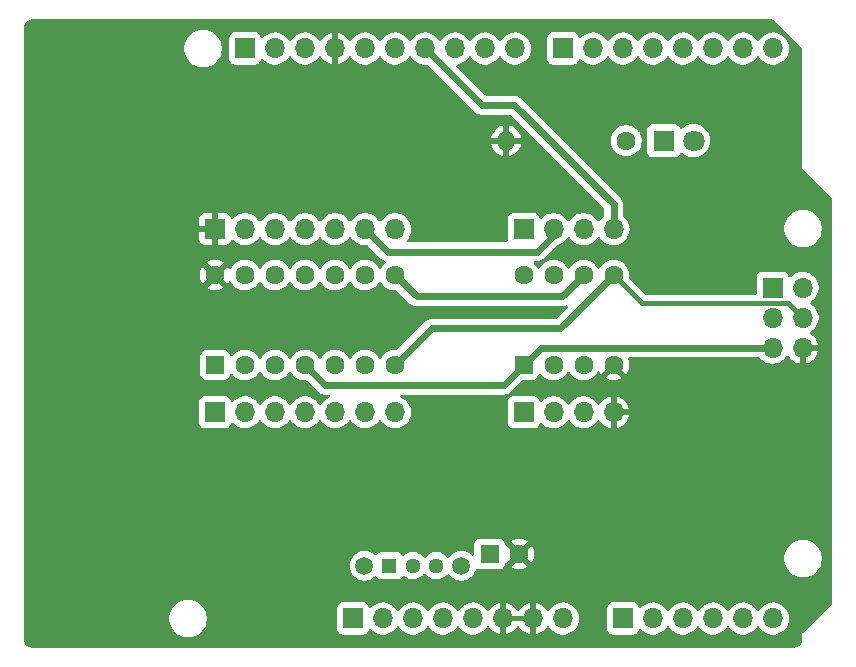
<source format=gbr>
%TF.GenerationSoftware,KiCad,Pcbnew,9.0.0*%
%TF.CreationDate,2025-03-04T00:16:50-08:00*%
%TF.ProjectId,UnoProgrammers,556e6f50-726f-4677-9261-6d6d6572732e,rev?*%
%TF.SameCoordinates,Original*%
%TF.FileFunction,Copper,L2,Bot*%
%TF.FilePolarity,Positive*%
%FSLAX46Y46*%
G04 Gerber Fmt 4.6, Leading zero omitted, Abs format (unit mm)*
G04 Created by KiCad (PCBNEW 9.0.0) date 2025-03-04 00:16:50*
%MOMM*%
%LPD*%
G01*
G04 APERTURE LIST*
G04 Aperture macros list*
%AMRoundRect*
0 Rectangle with rounded corners*
0 $1 Rounding radius*
0 $2 $3 $4 $5 $6 $7 $8 $9 X,Y pos of 4 corners*
0 Add a 4 corners polygon primitive as box body*
4,1,4,$2,$3,$4,$5,$6,$7,$8,$9,$2,$3,0*
0 Add four circle primitives for the rounded corners*
1,1,$1+$1,$2,$3*
1,1,$1+$1,$4,$5*
1,1,$1+$1,$6,$7*
1,1,$1+$1,$8,$9*
0 Add four rect primitives between the rounded corners*
20,1,$1+$1,$2,$3,$4,$5,0*
20,1,$1+$1,$4,$5,$6,$7,0*
20,1,$1+$1,$6,$7,$8,$9,0*
20,1,$1+$1,$8,$9,$2,$3,0*%
G04 Aperture macros list end*
%TA.AperFunction,ComponentPad*%
%ADD10R,1.700000X1.700000*%
%TD*%
%TA.AperFunction,ComponentPad*%
%ADD11O,1.700000X1.700000*%
%TD*%
%TA.AperFunction,ComponentPad*%
%ADD12RoundRect,0.250000X0.550000X-0.550000X0.550000X0.550000X-0.550000X0.550000X-0.550000X-0.550000X0*%
%TD*%
%TA.AperFunction,ComponentPad*%
%ADD13C,1.600000*%
%TD*%
%TA.AperFunction,ComponentPad*%
%ADD14R,1.600000X1.600000*%
%TD*%
%TA.AperFunction,ComponentPad*%
%ADD15R,1.800000X1.800000*%
%TD*%
%TA.AperFunction,ComponentPad*%
%ADD16C,1.800000*%
%TD*%
%TA.AperFunction,ComponentPad*%
%ADD17R,1.295400X1.295400*%
%TD*%
%TA.AperFunction,ComponentPad*%
%ADD18C,1.295400*%
%TD*%
%TA.AperFunction,ComponentPad*%
%ADD19C,1.498600*%
%TD*%
%TA.AperFunction,ComponentPad*%
%ADD20O,1.600000X1.600000*%
%TD*%
%TA.AperFunction,Conductor*%
%ADD21C,0.600000*%
%TD*%
%TA.AperFunction,Conductor*%
%ADD22C,0.400000*%
%TD*%
G04 APERTURE END LIST*
D10*
%TO.P,J1,1,Pin_1*%
%TO.N,unconnected-(J1-Pin_1-Pad1)*%
X127940000Y-97460000D03*
D11*
%TO.P,J1,2,Pin_2*%
%TO.N,/IOREF*%
X130480000Y-97460000D03*
%TO.P,J1,3,Pin_3*%
%TO.N,/~{RESET}*%
X133020000Y-97460000D03*
%TO.P,J1,4,Pin_4*%
%TO.N,+3V3*%
X135560000Y-97460000D03*
%TO.P,J1,5,Pin_5*%
%TO.N,+5V*%
X138100000Y-97460000D03*
%TO.P,J1,6,Pin_6*%
%TO.N,GND*%
X140640000Y-97460000D03*
%TO.P,J1,7,Pin_7*%
X143180000Y-97460000D03*
%TO.P,J1,8,Pin_8*%
%TO.N,VCC*%
X145720000Y-97460000D03*
%TD*%
D10*
%TO.P,J3,1,Pin_1*%
%TO.N,/A0*%
X150800000Y-97460000D03*
D11*
%TO.P,J3,2,Pin_2*%
%TO.N,/A1*%
X153340000Y-97460000D03*
%TO.P,J3,3,Pin_3*%
%TO.N,/A2*%
X155880000Y-97460000D03*
%TO.P,J3,4,Pin_4*%
%TO.N,/A3*%
X158420000Y-97460000D03*
%TO.P,J3,5,Pin_5*%
%TO.N,/SDA{slash}A4*%
X160960000Y-97460000D03*
%TO.P,J3,6,Pin_6*%
%TO.N,/SCL{slash}A5*%
X163500000Y-97460000D03*
%TD*%
D10*
%TO.P,J2,1,Pin_1*%
%TO.N,/SCL{slash}A5*%
X118796000Y-49200000D03*
D11*
%TO.P,J2,2,Pin_2*%
%TO.N,/SDA{slash}A4*%
X121336000Y-49200000D03*
%TO.P,J2,3,Pin_3*%
%TO.N,/AREF*%
X123876000Y-49200000D03*
%TO.P,J2,4,Pin_4*%
%TO.N,GND*%
X126416000Y-49200000D03*
%TO.P,J2,5,Pin_5*%
%TO.N,/13*%
X128956000Y-49200000D03*
%TO.P,J2,6,Pin_6*%
%TO.N,/12*%
X131496000Y-49200000D03*
%TO.P,J2,7,Pin_7*%
%TO.N,/\u002A11*%
X134036000Y-49200000D03*
%TO.P,J2,8,Pin_8*%
%TO.N,/\u002A10*%
X136576000Y-49200000D03*
%TO.P,J2,9,Pin_9*%
%TO.N,/\u002A9*%
X139116000Y-49200000D03*
%TO.P,J2,10,Pin_10*%
%TO.N,/8*%
X141656000Y-49200000D03*
%TD*%
D10*
%TO.P,J4,1,Pin_1*%
%TO.N,/7*%
X145720000Y-49200000D03*
D11*
%TO.P,J4,2,Pin_2*%
%TO.N,/\u002A6*%
X148260000Y-49200000D03*
%TO.P,J4,3,Pin_3*%
%TO.N,/\u002A5*%
X150800000Y-49200000D03*
%TO.P,J4,4,Pin_4*%
%TO.N,/4*%
X153340000Y-49200000D03*
%TO.P,J4,5,Pin_5*%
%TO.N,/\u002A3*%
X155880000Y-49200000D03*
%TO.P,J4,6,Pin_6*%
%TO.N,/2*%
X158420000Y-49200000D03*
%TO.P,J4,7,Pin_7*%
%TO.N,/TX{slash}1*%
X160960000Y-49200000D03*
%TO.P,J4,8,Pin_8*%
%TO.N,/RX{slash}0*%
X163500000Y-49200000D03*
%TD*%
D12*
%TO.P,U1,1,VCC*%
%TO.N,+5V*%
X116260000Y-76000000D03*
D13*
%TO.P,U1,2,XTAL1/PB0*%
%TO.N,Net-(J6-Pin_2)*%
X118800000Y-76000000D03*
%TO.P,U1,3,XTAL2/PB1*%
%TO.N,Net-(J6-Pin_3)*%
X121340000Y-76000000D03*
%TO.P,U1,4,~{RESET}/PB3*%
%TO.N,/\u002A10*%
X123880000Y-76000000D03*
%TO.P,U1,5,PB2*%
%TO.N,Net-(J6-Pin_5)*%
X126420000Y-76000000D03*
%TO.P,U1,6,PA7*%
%TO.N,Net-(J6-Pin_6)*%
X128960000Y-76000000D03*
%TO.P,U1,7,PA6*%
%TO.N,/\u002A11*%
X131500000Y-76000000D03*
%TO.P,U1,8,PA5*%
%TO.N,/12*%
X131500000Y-68380000D03*
%TO.P,U1,9,PA4*%
%TO.N,/13*%
X128960000Y-68380000D03*
%TO.P,U1,10,PA3*%
%TO.N,Net-(J7-Pin_5)*%
X126420000Y-68380000D03*
%TO.P,U1,11,PA2*%
%TO.N,Net-(J7-Pin_4)*%
X123880000Y-68380000D03*
%TO.P,U1,12,PA1*%
%TO.N,Net-(J7-Pin_3)*%
X121340000Y-68380000D03*
%TO.P,U1,13,AREF/PA0*%
%TO.N,Net-(J7-Pin_2)*%
X118800000Y-68380000D03*
%TO.P,U1,14,GND*%
%TO.N,GND*%
X116260000Y-68380000D03*
%TD*%
D10*
%TO.P,J6,1,Pin_1*%
%TO.N,+5V*%
X116260000Y-80000000D03*
D11*
%TO.P,J6,2,Pin_2*%
%TO.N,Net-(J6-Pin_2)*%
X118800000Y-80000000D03*
%TO.P,J6,3,Pin_3*%
%TO.N,Net-(J6-Pin_3)*%
X121340000Y-80000000D03*
%TO.P,J6,4,Pin_4*%
%TO.N,/\u002A10*%
X123880000Y-80000000D03*
%TO.P,J6,5,Pin_5*%
%TO.N,Net-(J6-Pin_5)*%
X126420000Y-80000000D03*
%TO.P,J6,6,Pin_6*%
%TO.N,Net-(J6-Pin_6)*%
X128960000Y-80000000D03*
%TO.P,J6,7,Pin_7*%
%TO.N,/\u002A11*%
X131500000Y-80000000D03*
%TD*%
D12*
%TO.P,U2,1,~{RESET}/PB5*%
%TO.N,/\u002A10*%
X142380000Y-76000000D03*
D13*
%TO.P,U2,2,XTAL1/PB3*%
%TO.N,Net-(J8-Pin_2)*%
X144920000Y-76000000D03*
%TO.P,U2,3,XTAL2/PB4*%
%TO.N,Net-(J8-Pin_3)*%
X147460000Y-76000000D03*
%TO.P,U2,4,GND*%
%TO.N,GND*%
X150000000Y-76000000D03*
%TO.P,U2,5,AREF/PB0*%
%TO.N,/\u002A11*%
X150000000Y-68380000D03*
%TO.P,U2,6,PB1*%
%TO.N,/12*%
X147460000Y-68380000D03*
%TO.P,U2,7,PB2*%
%TO.N,/13*%
X144920000Y-68380000D03*
%TO.P,U2,8,VCC*%
%TO.N,+5V*%
X142380000Y-68380000D03*
%TD*%
D14*
%TO.P,C1,1*%
%TO.N,Net-(C1-Pad1)*%
X139500000Y-92000000D03*
D13*
%TO.P,C1,2*%
%TO.N,GND*%
X142000000Y-92000000D03*
%TD*%
D10*
%TO.P,J9,1,Pin_1*%
%TO.N,+5V*%
X142380000Y-64500000D03*
D11*
%TO.P,J9,2,Pin_2*%
%TO.N,/13*%
X144920000Y-64500000D03*
%TO.P,J9,3,Pin_3*%
%TO.N,/12*%
X147460000Y-64500000D03*
%TO.P,J9,4,Pin_4*%
%TO.N,/\u002A11*%
X150000000Y-64500000D03*
%TD*%
D10*
%TO.P,J8,1,Pin_1*%
%TO.N,/\u002A10*%
X142380000Y-80000000D03*
D11*
%TO.P,J8,2,Pin_2*%
%TO.N,Net-(J8-Pin_2)*%
X144920000Y-80000000D03*
%TO.P,J8,3,Pin_3*%
%TO.N,Net-(J8-Pin_3)*%
X147460000Y-80000000D03*
%TO.P,J8,4,Pin_4*%
%TO.N,GND*%
X150000000Y-80000000D03*
%TD*%
D10*
%TO.P,J7,1,Pin_1*%
%TO.N,GND*%
X116260000Y-64500000D03*
D11*
%TO.P,J7,2,Pin_2*%
%TO.N,Net-(J7-Pin_2)*%
X118800000Y-64500000D03*
%TO.P,J7,3,Pin_3*%
%TO.N,Net-(J7-Pin_3)*%
X121340000Y-64500000D03*
%TO.P,J7,4,Pin_4*%
%TO.N,Net-(J7-Pin_4)*%
X123880000Y-64500000D03*
%TO.P,J7,5,Pin_5*%
%TO.N,Net-(J7-Pin_5)*%
X126420000Y-64500000D03*
%TO.P,J7,6,Pin_6*%
%TO.N,/13*%
X128960000Y-64500000D03*
%TO.P,J7,7,Pin_7*%
%TO.N,/12*%
X131500000Y-64500000D03*
%TD*%
D15*
%TO.P,D1,1,K*%
%TO.N,Net-(D1-K)*%
X154230000Y-57000000D03*
D16*
%TO.P,D1,2,A*%
%TO.N,/12*%
X156770000Y-57000000D03*
%TD*%
D10*
%TO.P,J5,1,Pin_1*%
%TO.N,/12*%
X163460000Y-69460000D03*
D11*
%TO.P,J5,2,Pin_2*%
%TO.N,+5V*%
X166000000Y-69460000D03*
%TO.P,J5,3,Pin_3*%
%TO.N,/13*%
X163460000Y-72000000D03*
%TO.P,J5,4,Pin_4*%
%TO.N,/\u002A11*%
X166000000Y-72000000D03*
%TO.P,J5,5,Pin_5*%
%TO.N,/\u002A10*%
X163460000Y-74540000D03*
%TO.P,J5,6,Pin_6*%
%TO.N,GND*%
X166000000Y-74540000D03*
%TD*%
D17*
%TO.P,SW1,1,1*%
%TO.N,/~{RESET}*%
X131000000Y-93000000D03*
D18*
%TO.P,SW1,2,2*%
%TO.N,Net-(C1-Pad1)*%
X133000000Y-93000000D03*
%TO.P,SW1,3,3*%
X135000001Y-93000000D03*
D19*
%TO.P,SW1,4*%
%TO.N,N/C*%
X128899999Y-93000000D03*
%TO.P,SW1,5*%
X137100000Y-93000000D03*
%TD*%
D13*
%TO.P,R1,1*%
%TO.N,Net-(D1-K)*%
X151080000Y-57000000D03*
D20*
%TO.P,R1,2*%
%TO.N,GND*%
X140920000Y-57000000D03*
%TD*%
D21*
%TO.N,/13*%
X143500000Y-66400000D02*
X130860000Y-66400000D01*
X144920000Y-64500000D02*
X144920000Y-64980000D01*
X130860000Y-66400000D02*
X128960000Y-64500000D01*
X144920000Y-64980000D02*
X143500000Y-66400000D01*
%TO.N,/12*%
X133320000Y-70200000D02*
X131500000Y-68380000D01*
X147460000Y-68380000D02*
X145640000Y-70200000D01*
X145640000Y-70200000D02*
X133320000Y-70200000D01*
%TO.N,/\u002A11*%
X134600000Y-72900000D02*
X131500000Y-76000000D01*
X141600000Y-54000000D02*
X138836000Y-54000000D01*
X150000000Y-68380000D02*
X145480000Y-72900000D01*
X138836000Y-54000000D02*
X134036000Y-49200000D01*
X145480000Y-72900000D02*
X134600000Y-72900000D01*
D22*
X152369000Y-70749000D02*
X150000000Y-68380000D01*
X164749000Y-70749000D02*
X152369000Y-70749000D01*
D21*
X150000000Y-62400000D02*
X141600000Y-54000000D01*
X150000000Y-64500000D02*
X150000000Y-62400000D01*
D22*
X166000000Y-72000000D02*
X164749000Y-70749000D01*
D21*
%TO.N,/\u002A10*%
X140680000Y-77700000D02*
X125580000Y-77700000D01*
X142380000Y-76000000D02*
X140680000Y-77700000D01*
X142380000Y-76000000D02*
X143840000Y-74540000D01*
X125580000Y-77700000D02*
X123880000Y-76000000D01*
X143840000Y-74540000D02*
X163460000Y-74540000D01*
%TD*%
%TA.AperFunction,Conductor*%
%TO.N,GND*%
G36*
X142714075Y-97267007D02*
G01*
X142680000Y-97394174D01*
X142680000Y-97525826D01*
X142714075Y-97652993D01*
X142746988Y-97710000D01*
X141073012Y-97710000D01*
X141105925Y-97652993D01*
X141140000Y-97525826D01*
X141140000Y-97394174D01*
X141105925Y-97267007D01*
X141073012Y-97210000D01*
X142746988Y-97210000D01*
X142714075Y-97267007D01*
G37*
%TD.AperFunction*%
%TA.AperFunction,Conductor*%
G36*
X163484404Y-46755185D02*
G01*
X163505046Y-46771819D01*
X165928181Y-49194954D01*
X165961666Y-49256277D01*
X165964500Y-49282635D01*
X165964500Y-59344982D01*
X165964500Y-59375018D01*
X165975994Y-59402767D01*
X165975995Y-59402768D01*
X168468181Y-61894954D01*
X168501666Y-61956277D01*
X168504500Y-61982635D01*
X168504500Y-96107364D01*
X168484815Y-96174403D01*
X168468181Y-96195045D01*
X165997233Y-98665994D01*
X165975995Y-98687231D01*
X165964500Y-98714982D01*
X165964500Y-99231907D01*
X165963903Y-99244061D01*
X165963903Y-99244062D01*
X165952505Y-99359778D01*
X165947763Y-99383618D01*
X165917832Y-99482290D01*
X165915789Y-99489024D01*
X165906486Y-99511482D01*
X165854561Y-99608627D01*
X165841056Y-99628839D01*
X165771176Y-99713988D01*
X165753988Y-99731176D01*
X165668839Y-99801056D01*
X165648627Y-99814561D01*
X165551482Y-99866486D01*
X165529028Y-99875787D01*
X165487028Y-99888528D01*
X165423618Y-99907763D01*
X165399778Y-99912505D01*
X165291162Y-99923203D01*
X165284060Y-99923903D01*
X165271907Y-99924500D01*
X100768093Y-99924500D01*
X100755939Y-99923903D01*
X100747995Y-99923120D01*
X100640221Y-99912505D01*
X100616381Y-99907763D01*
X100599445Y-99902625D01*
X100510968Y-99875786D01*
X100488517Y-99866486D01*
X100391372Y-99814561D01*
X100371160Y-99801056D01*
X100286011Y-99731176D01*
X100268823Y-99713988D01*
X100198943Y-99628839D01*
X100185438Y-99608627D01*
X100133510Y-99511476D01*
X100124215Y-99489037D01*
X100092234Y-99383612D01*
X100087494Y-99359777D01*
X100076097Y-99244061D01*
X100075500Y-99231907D01*
X100075500Y-97334038D01*
X112369500Y-97334038D01*
X112369500Y-97585961D01*
X112408910Y-97834785D01*
X112486760Y-98074383D01*
X112601132Y-98298848D01*
X112749201Y-98502649D01*
X112749205Y-98502654D01*
X112927345Y-98680794D01*
X112927350Y-98680798D01*
X113037587Y-98760889D01*
X113131155Y-98828870D01*
X113274184Y-98901747D01*
X113355616Y-98943239D01*
X113355618Y-98943239D01*
X113355621Y-98943241D01*
X113595215Y-99021090D01*
X113844038Y-99060500D01*
X113844039Y-99060500D01*
X114095961Y-99060500D01*
X114095962Y-99060500D01*
X114344785Y-99021090D01*
X114584379Y-98943241D01*
X114808845Y-98828870D01*
X115012656Y-98680793D01*
X115190793Y-98502656D01*
X115338870Y-98298845D01*
X115453241Y-98074379D01*
X115531090Y-97834785D01*
X115570500Y-97585962D01*
X115570500Y-97334038D01*
X115531090Y-97085215D01*
X115453241Y-96845621D01*
X115453239Y-96845618D01*
X115453239Y-96845616D01*
X115403498Y-96747994D01*
X115338870Y-96621155D01*
X115295416Y-96561345D01*
X126581500Y-96561345D01*
X126581500Y-98358654D01*
X126588011Y-98419202D01*
X126588011Y-98419204D01*
X126619138Y-98502656D01*
X126639111Y-98556204D01*
X126726739Y-98673261D01*
X126843796Y-98760889D01*
X126980799Y-98811989D01*
X127008050Y-98814918D01*
X127041345Y-98818499D01*
X127041362Y-98818500D01*
X128838638Y-98818500D01*
X128838654Y-98818499D01*
X128865692Y-98815591D01*
X128899201Y-98811989D01*
X129036204Y-98760889D01*
X129153261Y-98673261D01*
X129240889Y-98556204D01*
X129285957Y-98435371D01*
X129327827Y-98379442D01*
X129393291Y-98355025D01*
X129461564Y-98369877D01*
X129489818Y-98391028D01*
X129594996Y-98496206D01*
X129767991Y-98621894D01*
X129854542Y-98665994D01*
X129958516Y-98718972D01*
X129958519Y-98718973D01*
X130060200Y-98752010D01*
X130161884Y-98785049D01*
X130373084Y-98818500D01*
X130373085Y-98818500D01*
X130586915Y-98818500D01*
X130586916Y-98818500D01*
X130798116Y-98785049D01*
X131001483Y-98718972D01*
X131192009Y-98621894D01*
X131365004Y-98496206D01*
X131516206Y-98345004D01*
X131641894Y-98172009D01*
X131641896Y-98172004D01*
X131644270Y-98168132D01*
X131696080Y-98121254D01*
X131765009Y-98109829D01*
X131829173Y-98137483D01*
X131855730Y-98168132D01*
X131858103Y-98172005D01*
X131858105Y-98172008D01*
X131858106Y-98172009D01*
X131983794Y-98345004D01*
X132134996Y-98496206D01*
X132307991Y-98621894D01*
X132394542Y-98665994D01*
X132498516Y-98718972D01*
X132498519Y-98718973D01*
X132600200Y-98752010D01*
X132701884Y-98785049D01*
X132913084Y-98818500D01*
X132913085Y-98818500D01*
X133126915Y-98818500D01*
X133126916Y-98818500D01*
X133338116Y-98785049D01*
X133541483Y-98718972D01*
X133732009Y-98621894D01*
X133905004Y-98496206D01*
X134056206Y-98345004D01*
X134181894Y-98172009D01*
X134181896Y-98172004D01*
X134184270Y-98168132D01*
X134236080Y-98121254D01*
X134305009Y-98109829D01*
X134369173Y-98137483D01*
X134395730Y-98168132D01*
X134398103Y-98172005D01*
X134398105Y-98172008D01*
X134398106Y-98172009D01*
X134523794Y-98345004D01*
X134674996Y-98496206D01*
X134847991Y-98621894D01*
X134934542Y-98665994D01*
X135038516Y-98718972D01*
X135038519Y-98718973D01*
X135140200Y-98752010D01*
X135241884Y-98785049D01*
X135453084Y-98818500D01*
X135453085Y-98818500D01*
X135666915Y-98818500D01*
X135666916Y-98818500D01*
X135878116Y-98785049D01*
X136081483Y-98718972D01*
X136272009Y-98621894D01*
X136445004Y-98496206D01*
X136596206Y-98345004D01*
X136721894Y-98172009D01*
X136721896Y-98172004D01*
X136724270Y-98168132D01*
X136776080Y-98121254D01*
X136845009Y-98109829D01*
X136909173Y-98137483D01*
X136935730Y-98168132D01*
X136938103Y-98172005D01*
X136938105Y-98172008D01*
X136938106Y-98172009D01*
X137063794Y-98345004D01*
X137214996Y-98496206D01*
X137387991Y-98621894D01*
X137474542Y-98665994D01*
X137578516Y-98718972D01*
X137578519Y-98718973D01*
X137680200Y-98752010D01*
X137781884Y-98785049D01*
X137993084Y-98818500D01*
X137993085Y-98818500D01*
X138206915Y-98818500D01*
X138206916Y-98818500D01*
X138418116Y-98785049D01*
X138621483Y-98718972D01*
X138812009Y-98621894D01*
X138985004Y-98496206D01*
X139136206Y-98345004D01*
X139261894Y-98172009D01*
X139264283Y-98167319D01*
X139312254Y-98116522D01*
X139380074Y-98099724D01*
X139446210Y-98122258D01*
X139482201Y-98163788D01*
X139482832Y-98163402D01*
X139485164Y-98167207D01*
X139485251Y-98167308D01*
X139485376Y-98167554D01*
X139610272Y-98339459D01*
X139610276Y-98339464D01*
X139760535Y-98489723D01*
X139760540Y-98489727D01*
X139932442Y-98614620D01*
X140121782Y-98711095D01*
X140323871Y-98776757D01*
X140390000Y-98787231D01*
X140390000Y-97893012D01*
X140447007Y-97925925D01*
X140574174Y-97960000D01*
X140705826Y-97960000D01*
X140832993Y-97925925D01*
X140890000Y-97893012D01*
X140890000Y-98787230D01*
X140956126Y-98776757D01*
X140956129Y-98776757D01*
X141158217Y-98711095D01*
X141347557Y-98614620D01*
X141519459Y-98489727D01*
X141519464Y-98489723D01*
X141669723Y-98339464D01*
X141669727Y-98339459D01*
X141794620Y-98167558D01*
X141799514Y-98157954D01*
X141847488Y-98107157D01*
X141915308Y-98090361D01*
X141981444Y-98112897D01*
X142020486Y-98157954D01*
X142025379Y-98167558D01*
X142150272Y-98339459D01*
X142150276Y-98339464D01*
X142300535Y-98489723D01*
X142300540Y-98489727D01*
X142472442Y-98614620D01*
X142661782Y-98711095D01*
X142863871Y-98776757D01*
X142930000Y-98787231D01*
X142930000Y-97893012D01*
X142987007Y-97925925D01*
X143114174Y-97960000D01*
X143245826Y-97960000D01*
X143372993Y-97925925D01*
X143430000Y-97893012D01*
X143430000Y-98787230D01*
X143496126Y-98776757D01*
X143496129Y-98776757D01*
X143698217Y-98711095D01*
X143887557Y-98614620D01*
X144059459Y-98489727D01*
X144059464Y-98489723D01*
X144209723Y-98339464D01*
X144209727Y-98339459D01*
X144334619Y-98167560D01*
X144334738Y-98167327D01*
X144334808Y-98167252D01*
X144337168Y-98163402D01*
X144337976Y-98163897D01*
X144382707Y-98116526D01*
X144450526Y-98099723D01*
X144516663Y-98122254D01*
X144555712Y-98167311D01*
X144558105Y-98172008D01*
X144600002Y-98229674D01*
X144683794Y-98345004D01*
X144834996Y-98496206D01*
X145007991Y-98621894D01*
X145094542Y-98665994D01*
X145198516Y-98718972D01*
X145198519Y-98718973D01*
X145300200Y-98752010D01*
X145401884Y-98785049D01*
X145613084Y-98818500D01*
X145613085Y-98818500D01*
X145826915Y-98818500D01*
X145826916Y-98818500D01*
X146038116Y-98785049D01*
X146241483Y-98718972D01*
X146432009Y-98621894D01*
X146605004Y-98496206D01*
X146756206Y-98345004D01*
X146881894Y-98172009D01*
X146978972Y-97981483D01*
X147045049Y-97778116D01*
X147078500Y-97566916D01*
X147078500Y-97353084D01*
X147045049Y-97141884D01*
X146978972Y-96938517D01*
X146978972Y-96938516D01*
X146931639Y-96845621D01*
X146881894Y-96747991D01*
X146756206Y-96574996D01*
X146742555Y-96561345D01*
X149441500Y-96561345D01*
X149441500Y-98358654D01*
X149448011Y-98419202D01*
X149448011Y-98419204D01*
X149479138Y-98502656D01*
X149499111Y-98556204D01*
X149586739Y-98673261D01*
X149703796Y-98760889D01*
X149840799Y-98811989D01*
X149868050Y-98814918D01*
X149901345Y-98818499D01*
X149901362Y-98818500D01*
X151698638Y-98818500D01*
X151698654Y-98818499D01*
X151725692Y-98815591D01*
X151759201Y-98811989D01*
X151896204Y-98760889D01*
X152013261Y-98673261D01*
X152100889Y-98556204D01*
X152145957Y-98435371D01*
X152187827Y-98379442D01*
X152253291Y-98355025D01*
X152321564Y-98369877D01*
X152349818Y-98391028D01*
X152454996Y-98496206D01*
X152627991Y-98621894D01*
X152714542Y-98665994D01*
X152818516Y-98718972D01*
X152818519Y-98718973D01*
X152920200Y-98752010D01*
X153021884Y-98785049D01*
X153233084Y-98818500D01*
X153233085Y-98818500D01*
X153446915Y-98818500D01*
X153446916Y-98818500D01*
X153658116Y-98785049D01*
X153861483Y-98718972D01*
X154052009Y-98621894D01*
X154225004Y-98496206D01*
X154376206Y-98345004D01*
X154501894Y-98172009D01*
X154501896Y-98172004D01*
X154504270Y-98168132D01*
X154556080Y-98121254D01*
X154625009Y-98109829D01*
X154689173Y-98137483D01*
X154715730Y-98168132D01*
X154718103Y-98172005D01*
X154718105Y-98172008D01*
X154718106Y-98172009D01*
X154843794Y-98345004D01*
X154994996Y-98496206D01*
X155167991Y-98621894D01*
X155254542Y-98665994D01*
X155358516Y-98718972D01*
X155358519Y-98718973D01*
X155460200Y-98752010D01*
X155561884Y-98785049D01*
X155773084Y-98818500D01*
X155773085Y-98818500D01*
X155986915Y-98818500D01*
X155986916Y-98818500D01*
X156198116Y-98785049D01*
X156401483Y-98718972D01*
X156592009Y-98621894D01*
X156765004Y-98496206D01*
X156916206Y-98345004D01*
X157041894Y-98172009D01*
X157041896Y-98172004D01*
X157044270Y-98168132D01*
X157096080Y-98121254D01*
X157165009Y-98109829D01*
X157229173Y-98137483D01*
X157255730Y-98168132D01*
X157258103Y-98172005D01*
X157258105Y-98172008D01*
X157258106Y-98172009D01*
X157383794Y-98345004D01*
X157534996Y-98496206D01*
X157707991Y-98621894D01*
X157794542Y-98665994D01*
X157898516Y-98718972D01*
X157898519Y-98718973D01*
X158000200Y-98752010D01*
X158101884Y-98785049D01*
X158313084Y-98818500D01*
X158313085Y-98818500D01*
X158526915Y-98818500D01*
X158526916Y-98818500D01*
X158738116Y-98785049D01*
X158941483Y-98718972D01*
X159132009Y-98621894D01*
X159305004Y-98496206D01*
X159456206Y-98345004D01*
X159581894Y-98172009D01*
X159581896Y-98172004D01*
X159584270Y-98168132D01*
X159636080Y-98121254D01*
X159705009Y-98109829D01*
X159769173Y-98137483D01*
X159795730Y-98168132D01*
X159798103Y-98172005D01*
X159798105Y-98172008D01*
X159798106Y-98172009D01*
X159923794Y-98345004D01*
X160074996Y-98496206D01*
X160247991Y-98621894D01*
X160334542Y-98665994D01*
X160438516Y-98718972D01*
X160438519Y-98718973D01*
X160540200Y-98752010D01*
X160641884Y-98785049D01*
X160853084Y-98818500D01*
X160853085Y-98818500D01*
X161066915Y-98818500D01*
X161066916Y-98818500D01*
X161278116Y-98785049D01*
X161481483Y-98718972D01*
X161672009Y-98621894D01*
X161845004Y-98496206D01*
X161996206Y-98345004D01*
X162121894Y-98172009D01*
X162121896Y-98172004D01*
X162124270Y-98168132D01*
X162176080Y-98121254D01*
X162245009Y-98109829D01*
X162309173Y-98137483D01*
X162335730Y-98168132D01*
X162338103Y-98172005D01*
X162338105Y-98172008D01*
X162338106Y-98172009D01*
X162463794Y-98345004D01*
X162614996Y-98496206D01*
X162787991Y-98621894D01*
X162874542Y-98665994D01*
X162978516Y-98718972D01*
X162978519Y-98718973D01*
X163080200Y-98752010D01*
X163181884Y-98785049D01*
X163393084Y-98818500D01*
X163393085Y-98818500D01*
X163606915Y-98818500D01*
X163606916Y-98818500D01*
X163818116Y-98785049D01*
X164021483Y-98718972D01*
X164212009Y-98621894D01*
X164385004Y-98496206D01*
X164536206Y-98345004D01*
X164661894Y-98172009D01*
X164758972Y-97981483D01*
X164825049Y-97778116D01*
X164858500Y-97566916D01*
X164858500Y-97353084D01*
X164825049Y-97141884D01*
X164758972Y-96938517D01*
X164758972Y-96938516D01*
X164703495Y-96829638D01*
X164661894Y-96747991D01*
X164536206Y-96574996D01*
X164385004Y-96423794D01*
X164212009Y-96298106D01*
X164021483Y-96201027D01*
X164021480Y-96201026D01*
X163818117Y-96134951D01*
X163712516Y-96118225D01*
X163606916Y-96101500D01*
X163393084Y-96101500D01*
X163322684Y-96112650D01*
X163181882Y-96134951D01*
X162978519Y-96201026D01*
X162978516Y-96201027D01*
X162787990Y-96298106D01*
X162614993Y-96423796D01*
X162463796Y-96574993D01*
X162338105Y-96747991D01*
X162335727Y-96751873D01*
X162283914Y-96798748D01*
X162214984Y-96810169D01*
X162150822Y-96782512D01*
X162124273Y-96751873D01*
X162121894Y-96747991D01*
X162121891Y-96747987D01*
X161996206Y-96574996D01*
X161845004Y-96423794D01*
X161672009Y-96298106D01*
X161481483Y-96201027D01*
X161481480Y-96201026D01*
X161278117Y-96134951D01*
X161172516Y-96118225D01*
X161066916Y-96101500D01*
X160853084Y-96101500D01*
X160782684Y-96112650D01*
X160641882Y-96134951D01*
X160438519Y-96201026D01*
X160438516Y-96201027D01*
X160247990Y-96298106D01*
X160074993Y-96423796D01*
X159923796Y-96574993D01*
X159798105Y-96747991D01*
X159795727Y-96751873D01*
X159743914Y-96798748D01*
X159674984Y-96810169D01*
X159610822Y-96782512D01*
X159584273Y-96751873D01*
X159581894Y-96747991D01*
X159581891Y-96747987D01*
X159456206Y-96574996D01*
X159305004Y-96423794D01*
X159132009Y-96298106D01*
X158941483Y-96201027D01*
X158941480Y-96201026D01*
X158738117Y-96134951D01*
X158632516Y-96118225D01*
X158526916Y-96101500D01*
X158313084Y-96101500D01*
X158242684Y-96112650D01*
X158101882Y-96134951D01*
X157898519Y-96201026D01*
X157898516Y-96201027D01*
X157707990Y-96298106D01*
X157534993Y-96423796D01*
X157383796Y-96574993D01*
X157258105Y-96747991D01*
X157255727Y-96751873D01*
X157203914Y-96798748D01*
X157134984Y-96810169D01*
X157070822Y-96782512D01*
X157044273Y-96751873D01*
X157041894Y-96747991D01*
X157041891Y-96747987D01*
X156916206Y-96574996D01*
X156765004Y-96423794D01*
X156592009Y-96298106D01*
X156401483Y-96201027D01*
X156401480Y-96201026D01*
X156198117Y-96134951D01*
X156092516Y-96118225D01*
X155986916Y-96101500D01*
X155773084Y-96101500D01*
X155702684Y-96112650D01*
X155561882Y-96134951D01*
X155358519Y-96201026D01*
X155358516Y-96201027D01*
X155167990Y-96298106D01*
X154994993Y-96423796D01*
X154843796Y-96574993D01*
X154718105Y-96747991D01*
X154715727Y-96751873D01*
X154663914Y-96798748D01*
X154594984Y-96810169D01*
X154530822Y-96782512D01*
X154504273Y-96751873D01*
X154501894Y-96747991D01*
X154501891Y-96747987D01*
X154376206Y-96574996D01*
X154225004Y-96423794D01*
X154052009Y-96298106D01*
X153861483Y-96201027D01*
X153861480Y-96201026D01*
X153658117Y-96134951D01*
X153552516Y-96118225D01*
X153446916Y-96101500D01*
X153233084Y-96101500D01*
X153162684Y-96112650D01*
X153021882Y-96134951D01*
X152818519Y-96201026D01*
X152818516Y-96201027D01*
X152627990Y-96298106D01*
X152454997Y-96423793D01*
X152349818Y-96528972D01*
X152288495Y-96562456D01*
X152218803Y-96557472D01*
X152162870Y-96515600D01*
X152145958Y-96484629D01*
X152100889Y-96363796D01*
X152013261Y-96246739D01*
X151896204Y-96159111D01*
X151895172Y-96158726D01*
X151759203Y-96108011D01*
X151698654Y-96101500D01*
X151698638Y-96101500D01*
X149901362Y-96101500D01*
X149901345Y-96101500D01*
X149840797Y-96108011D01*
X149840795Y-96108011D01*
X149703795Y-96159111D01*
X149586739Y-96246739D01*
X149499111Y-96363795D01*
X149448011Y-96500795D01*
X149448011Y-96500797D01*
X149441500Y-96561345D01*
X146742555Y-96561345D01*
X146605004Y-96423794D01*
X146432009Y-96298106D01*
X146241483Y-96201027D01*
X146241480Y-96201026D01*
X146038117Y-96134951D01*
X145932516Y-96118225D01*
X145826916Y-96101500D01*
X145613084Y-96101500D01*
X145542684Y-96112650D01*
X145401882Y-96134951D01*
X145198519Y-96201026D01*
X145198516Y-96201027D01*
X145007990Y-96298106D01*
X144834993Y-96423796D01*
X144683796Y-96574993D01*
X144558103Y-96747994D01*
X144555709Y-96752693D01*
X144507731Y-96803485D01*
X144439908Y-96820275D01*
X144373775Y-96797732D01*
X144337800Y-96756210D01*
X144337168Y-96756598D01*
X144334829Y-96752781D01*
X144334743Y-96752682D01*
X144334620Y-96752441D01*
X144209727Y-96580540D01*
X144209723Y-96580535D01*
X144059464Y-96430276D01*
X144059459Y-96430272D01*
X143887557Y-96305379D01*
X143698215Y-96208903D01*
X143496124Y-96143241D01*
X143430000Y-96132768D01*
X143430000Y-97026988D01*
X143372993Y-96994075D01*
X143245826Y-96960000D01*
X143114174Y-96960000D01*
X142987007Y-96994075D01*
X142930000Y-97026988D01*
X142930000Y-96132768D01*
X142929999Y-96132768D01*
X142863875Y-96143241D01*
X142661784Y-96208903D01*
X142472442Y-96305379D01*
X142300540Y-96430272D01*
X142300535Y-96430276D01*
X142150276Y-96580535D01*
X142150272Y-96580540D01*
X142025377Y-96752444D01*
X142020484Y-96762048D01*
X141972509Y-96812844D01*
X141904688Y-96829638D01*
X141838553Y-96807100D01*
X141799516Y-96762048D01*
X141794622Y-96752444D01*
X141669727Y-96580540D01*
X141669723Y-96580535D01*
X141519464Y-96430276D01*
X141519459Y-96430272D01*
X141347557Y-96305379D01*
X141158215Y-96208903D01*
X140956124Y-96143241D01*
X140890000Y-96132768D01*
X140890000Y-97026988D01*
X140832993Y-96994075D01*
X140705826Y-96960000D01*
X140574174Y-96960000D01*
X140447007Y-96994075D01*
X140390000Y-97026988D01*
X140390000Y-96132768D01*
X140389999Y-96132768D01*
X140323875Y-96143241D01*
X140121784Y-96208903D01*
X139932442Y-96305379D01*
X139760540Y-96430272D01*
X139760535Y-96430276D01*
X139610276Y-96580535D01*
X139610272Y-96580540D01*
X139485376Y-96752446D01*
X139485374Y-96752448D01*
X139485246Y-96752701D01*
X139485172Y-96752779D01*
X139482832Y-96756598D01*
X139482029Y-96756106D01*
X139437264Y-96803489D01*
X139369441Y-96820274D01*
X139303309Y-96797727D01*
X139264285Y-96752683D01*
X139261895Y-96747992D01*
X139230472Y-96704742D01*
X139136206Y-96574996D01*
X138985004Y-96423794D01*
X138812009Y-96298106D01*
X138621483Y-96201027D01*
X138621480Y-96201026D01*
X138418117Y-96134951D01*
X138312516Y-96118225D01*
X138206916Y-96101500D01*
X137993084Y-96101500D01*
X137922684Y-96112650D01*
X137781882Y-96134951D01*
X137578519Y-96201026D01*
X137578516Y-96201027D01*
X137387990Y-96298106D01*
X137214993Y-96423796D01*
X137063796Y-96574993D01*
X136938105Y-96747991D01*
X136935727Y-96751873D01*
X136883914Y-96798748D01*
X136814984Y-96810169D01*
X136750822Y-96782512D01*
X136724273Y-96751873D01*
X136721894Y-96747991D01*
X136721891Y-96747987D01*
X136596206Y-96574996D01*
X136445004Y-96423794D01*
X136272009Y-96298106D01*
X136081483Y-96201027D01*
X136081480Y-96201026D01*
X135878117Y-96134951D01*
X135772516Y-96118225D01*
X135666916Y-96101500D01*
X135453084Y-96101500D01*
X135382684Y-96112650D01*
X135241882Y-96134951D01*
X135038519Y-96201026D01*
X135038516Y-96201027D01*
X134847990Y-96298106D01*
X134674993Y-96423796D01*
X134523796Y-96574993D01*
X134398105Y-96747991D01*
X134395727Y-96751873D01*
X134343914Y-96798748D01*
X134274984Y-96810169D01*
X134210822Y-96782512D01*
X134184273Y-96751873D01*
X134181894Y-96747991D01*
X134181891Y-96747987D01*
X134056206Y-96574996D01*
X133905004Y-96423794D01*
X133732009Y-96298106D01*
X133541483Y-96201027D01*
X133541480Y-96201026D01*
X133338117Y-96134951D01*
X133232516Y-96118225D01*
X133126916Y-96101500D01*
X132913084Y-96101500D01*
X132842684Y-96112650D01*
X132701882Y-96134951D01*
X132498519Y-96201026D01*
X132498516Y-96201027D01*
X132307990Y-96298106D01*
X132134993Y-96423796D01*
X131983796Y-96574993D01*
X131858105Y-96747991D01*
X131855727Y-96751873D01*
X131803914Y-96798748D01*
X131734984Y-96810169D01*
X131670822Y-96782512D01*
X131644273Y-96751873D01*
X131641894Y-96747991D01*
X131641891Y-96747987D01*
X131516206Y-96574996D01*
X131365004Y-96423794D01*
X131192009Y-96298106D01*
X131001483Y-96201027D01*
X131001480Y-96201026D01*
X130798117Y-96134951D01*
X130692516Y-96118225D01*
X130586916Y-96101500D01*
X130373084Y-96101500D01*
X130302684Y-96112650D01*
X130161882Y-96134951D01*
X129958519Y-96201026D01*
X129958516Y-96201027D01*
X129767990Y-96298106D01*
X129594997Y-96423793D01*
X129489818Y-96528972D01*
X129428495Y-96562456D01*
X129358803Y-96557472D01*
X129302870Y-96515600D01*
X129285958Y-96484629D01*
X129240889Y-96363796D01*
X129153261Y-96246739D01*
X129036204Y-96159111D01*
X129035172Y-96158726D01*
X128899203Y-96108011D01*
X128838654Y-96101500D01*
X128838638Y-96101500D01*
X127041362Y-96101500D01*
X127041345Y-96101500D01*
X126980797Y-96108011D01*
X126980795Y-96108011D01*
X126843795Y-96159111D01*
X126726739Y-96246739D01*
X126639111Y-96363795D01*
X126588011Y-96500795D01*
X126588011Y-96500797D01*
X126581500Y-96561345D01*
X115295416Y-96561345D01*
X115292602Y-96557472D01*
X115190798Y-96417350D01*
X115190794Y-96417345D01*
X115012654Y-96239205D01*
X115012649Y-96239201D01*
X114808848Y-96091132D01*
X114808847Y-96091131D01*
X114808845Y-96091130D01*
X114738747Y-96055413D01*
X114584383Y-95976760D01*
X114344785Y-95898910D01*
X114095962Y-95859500D01*
X113844038Y-95859500D01*
X113719626Y-95879205D01*
X113595214Y-95898910D01*
X113355616Y-95976760D01*
X113131151Y-96091132D01*
X112927350Y-96239201D01*
X112927345Y-96239205D01*
X112749205Y-96417345D01*
X112749201Y-96417350D01*
X112601132Y-96621151D01*
X112486760Y-96845616D01*
X112408910Y-97085214D01*
X112369500Y-97334038D01*
X100075500Y-97334038D01*
X100075500Y-92901009D01*
X127642199Y-92901009D01*
X127642199Y-93098991D01*
X127652379Y-93163261D01*
X127673171Y-93294536D01*
X127734348Y-93482824D01*
X127734350Y-93482827D01*
X127824232Y-93659231D01*
X127940603Y-93819401D01*
X128080598Y-93959396D01*
X128240768Y-94075767D01*
X128417172Y-94165649D01*
X128417174Y-94165650D01*
X128511318Y-94196238D01*
X128605464Y-94226828D01*
X128801008Y-94257800D01*
X128801009Y-94257800D01*
X128998989Y-94257800D01*
X128998990Y-94257800D01*
X129194534Y-94226828D01*
X129382826Y-94165649D01*
X129559230Y-94075767D01*
X129719400Y-93959396D01*
X129750340Y-93928455D01*
X129811659Y-93894972D01*
X129881351Y-93899956D01*
X129937285Y-93941826D01*
X129989039Y-94010961D01*
X130106096Y-94098589D01*
X130243099Y-94149689D01*
X130270350Y-94152618D01*
X130303645Y-94156199D01*
X130303662Y-94156200D01*
X131696338Y-94156200D01*
X131696354Y-94156199D01*
X131723392Y-94153291D01*
X131756901Y-94149689D01*
X131893904Y-94098589D01*
X132010961Y-94010961D01*
X132083360Y-93914246D01*
X132139294Y-93872376D01*
X132208986Y-93867392D01*
X132255511Y-93888239D01*
X132394019Y-93988871D01*
X132556173Y-94071492D01*
X132556175Y-94071493D01*
X132639566Y-94098588D01*
X132729256Y-94127730D01*
X132909005Y-94156200D01*
X132909006Y-94156200D01*
X133090994Y-94156200D01*
X133090995Y-94156200D01*
X133270744Y-94127730D01*
X133270747Y-94127729D01*
X133270748Y-94127729D01*
X133443824Y-94071493D01*
X133443824Y-94071492D01*
X133443827Y-94071492D01*
X133605981Y-93988871D01*
X133753214Y-93881900D01*
X133881900Y-93753214D01*
X133899683Y-93728737D01*
X133955009Y-93686073D01*
X134024623Y-93680092D01*
X134086418Y-93712697D01*
X134100314Y-93728732D01*
X134118101Y-93753214D01*
X134246787Y-93881900D01*
X134394020Y-93988871D01*
X134556174Y-94071492D01*
X134556176Y-94071493D01*
X134639567Y-94098588D01*
X134729257Y-94127730D01*
X134909006Y-94156200D01*
X134909007Y-94156200D01*
X135090995Y-94156200D01*
X135090996Y-94156200D01*
X135270745Y-94127730D01*
X135270748Y-94127729D01*
X135270749Y-94127729D01*
X135443825Y-94071493D01*
X135443825Y-94071492D01*
X135443828Y-94071492D01*
X135605982Y-93988871D01*
X135753215Y-93881900D01*
X135881901Y-93753214D01*
X135886888Y-93746348D01*
X135942213Y-93703682D01*
X136011826Y-93697699D01*
X136073623Y-93730302D01*
X136087522Y-93746340D01*
X136140604Y-93819401D01*
X136280599Y-93959396D01*
X136440769Y-94075767D01*
X136617173Y-94165649D01*
X136617175Y-94165650D01*
X136711319Y-94196238D01*
X136805465Y-94226828D01*
X137001009Y-94257800D01*
X137001010Y-94257800D01*
X137198990Y-94257800D01*
X137198991Y-94257800D01*
X137394535Y-94226828D01*
X137582827Y-94165649D01*
X137759231Y-94075767D01*
X137919401Y-93959396D01*
X138059396Y-93819401D01*
X138175767Y-93659231D01*
X138265649Y-93482827D01*
X138265651Y-93482821D01*
X138313205Y-93336464D01*
X138352642Y-93278788D01*
X138417000Y-93251589D01*
X138474469Y-93258599D01*
X138590799Y-93301989D01*
X138618050Y-93304918D01*
X138651345Y-93308499D01*
X138651362Y-93308500D01*
X140348638Y-93308500D01*
X140348654Y-93308499D01*
X140375692Y-93305591D01*
X140409201Y-93301989D01*
X140546204Y-93250889D01*
X140663261Y-93163261D01*
X140750889Y-93046204D01*
X140801989Y-92909201D01*
X140808500Y-92848638D01*
X140808500Y-92836374D01*
X140812018Y-92821922D01*
X140822363Y-92804034D01*
X140828185Y-92784209D01*
X140839500Y-92774404D01*
X140846999Y-92761439D01*
X140865375Y-92751983D01*
X140880989Y-92738454D01*
X140897255Y-92735578D01*
X140909126Y-92729471D01*
X140916286Y-92730160D01*
X141600000Y-92046446D01*
X141600000Y-92052661D01*
X141627259Y-92154394D01*
X141679920Y-92245606D01*
X141754394Y-92320080D01*
X141845606Y-92372741D01*
X141947339Y-92400000D01*
X141953553Y-92400000D01*
X141274076Y-93079474D01*
X141318650Y-93111859D01*
X141500968Y-93204755D01*
X141695582Y-93267990D01*
X141897683Y-93300000D01*
X142102317Y-93300000D01*
X142304417Y-93267990D01*
X142499031Y-93204755D01*
X142681349Y-93111859D01*
X142725921Y-93079474D01*
X142046447Y-92400000D01*
X142052661Y-92400000D01*
X142154394Y-92372741D01*
X142245606Y-92320080D01*
X142320080Y-92245606D01*
X142372741Y-92154394D01*
X142400000Y-92052661D01*
X142400000Y-92046448D01*
X143079474Y-92725922D01*
X143079474Y-92725921D01*
X143111859Y-92681349D01*
X143204755Y-92499031D01*
X143267989Y-92304418D01*
X143275969Y-92254038D01*
X164439500Y-92254038D01*
X164439500Y-92505961D01*
X164478910Y-92754785D01*
X164556760Y-92994383D01*
X164671132Y-93218848D01*
X164819201Y-93422649D01*
X164819205Y-93422654D01*
X164997345Y-93600794D01*
X164997350Y-93600798D01*
X165077777Y-93659231D01*
X165201155Y-93748870D01*
X165314184Y-93806461D01*
X165425616Y-93863239D01*
X165425618Y-93863239D01*
X165425621Y-93863241D01*
X165665215Y-93941090D01*
X165914038Y-93980500D01*
X165914039Y-93980500D01*
X166165961Y-93980500D01*
X166165962Y-93980500D01*
X166414785Y-93941090D01*
X166654379Y-93863241D01*
X166878845Y-93748870D01*
X167082656Y-93600793D01*
X167260793Y-93422656D01*
X167408870Y-93218845D01*
X167523241Y-92994379D01*
X167601090Y-92754785D01*
X167640500Y-92505962D01*
X167640500Y-92254038D01*
X167601090Y-92005215D01*
X167523241Y-91765621D01*
X167523239Y-91765618D01*
X167523239Y-91765616D01*
X167452742Y-91627259D01*
X167408870Y-91541155D01*
X167379673Y-91500968D01*
X167260798Y-91337350D01*
X167260794Y-91337345D01*
X167082654Y-91159205D01*
X167082649Y-91159201D01*
X166878848Y-91011132D01*
X166878847Y-91011131D01*
X166878845Y-91011130D01*
X166766315Y-90953793D01*
X166654383Y-90896760D01*
X166414785Y-90818910D01*
X166165962Y-90779500D01*
X165914038Y-90779500D01*
X165814635Y-90795244D01*
X165665214Y-90818910D01*
X165425616Y-90896760D01*
X165201151Y-91011132D01*
X164997350Y-91159201D01*
X164997345Y-91159205D01*
X164819205Y-91337345D01*
X164819201Y-91337350D01*
X164671132Y-91541151D01*
X164556760Y-91765616D01*
X164478910Y-92005214D01*
X164439500Y-92254038D01*
X143275969Y-92254038D01*
X143279814Y-92229767D01*
X143279814Y-92229766D01*
X143300000Y-92102317D01*
X143300000Y-91897682D01*
X143267990Y-91695582D01*
X143204755Y-91500968D01*
X143111859Y-91318650D01*
X143079474Y-91274077D01*
X143079474Y-91274076D01*
X142400000Y-91953551D01*
X142400000Y-91947339D01*
X142372741Y-91845606D01*
X142320080Y-91754394D01*
X142245606Y-91679920D01*
X142154394Y-91627259D01*
X142052661Y-91600000D01*
X142046446Y-91600000D01*
X142725922Y-90920524D01*
X142725921Y-90920523D01*
X142681359Y-90888147D01*
X142681350Y-90888141D01*
X142499031Y-90795244D01*
X142304417Y-90732009D01*
X142102317Y-90700000D01*
X141897683Y-90700000D01*
X141695582Y-90732009D01*
X141500968Y-90795244D01*
X141318644Y-90888143D01*
X141274077Y-90920523D01*
X141274077Y-90920524D01*
X141953554Y-91600000D01*
X141947339Y-91600000D01*
X141845606Y-91627259D01*
X141754394Y-91679920D01*
X141679920Y-91754394D01*
X141627259Y-91845606D01*
X141600000Y-91947339D01*
X141600000Y-91953553D01*
X140912589Y-91266142D01*
X140873852Y-91258005D01*
X140824095Y-91208954D01*
X140812018Y-91178078D01*
X140808500Y-91163625D01*
X140808500Y-91151362D01*
X140801989Y-91090799D01*
X140750889Y-90953796D01*
X140663261Y-90836739D01*
X140546204Y-90749111D01*
X140409203Y-90698011D01*
X140348654Y-90691500D01*
X140348638Y-90691500D01*
X138651362Y-90691500D01*
X138651345Y-90691500D01*
X138590797Y-90698011D01*
X138590795Y-90698011D01*
X138453795Y-90749111D01*
X138336739Y-90836739D01*
X138249111Y-90953795D01*
X138198011Y-91090795D01*
X138198011Y-91090797D01*
X138191500Y-91151345D01*
X138191500Y-92013341D01*
X138171815Y-92080380D01*
X138119011Y-92126135D01*
X138049853Y-92136079D01*
X137986297Y-92107054D01*
X137979819Y-92101022D01*
X137919403Y-92040606D01*
X137919401Y-92040604D01*
X137759231Y-91924233D01*
X137582827Y-91834351D01*
X137582824Y-91834349D01*
X137394536Y-91773172D01*
X137275979Y-91754394D01*
X137198991Y-91742200D01*
X137001009Y-91742200D01*
X136935827Y-91752524D01*
X136805463Y-91773172D01*
X136617175Y-91834349D01*
X136617172Y-91834351D01*
X136440768Y-91924233D01*
X136351572Y-91989039D01*
X136280599Y-92040604D01*
X136280597Y-92040606D01*
X136280596Y-92040606D01*
X136140606Y-92180596D01*
X136140599Y-92180605D01*
X136087525Y-92253654D01*
X136032195Y-92296320D01*
X135962582Y-92302298D01*
X135900787Y-92269692D01*
X135886889Y-92253652D01*
X135881901Y-92246786D01*
X135753217Y-92118102D01*
X135753215Y-92118100D01*
X135605982Y-92011129D01*
X135562628Y-91989039D01*
X135443825Y-91928506D01*
X135270747Y-91872270D01*
X135102398Y-91845606D01*
X135090996Y-91843800D01*
X134909006Y-91843800D01*
X134897604Y-91845606D01*
X134729255Y-91872270D01*
X134729252Y-91872270D01*
X134556176Y-91928506D01*
X134394019Y-92011129D01*
X134353451Y-92040604D01*
X134246787Y-92118100D01*
X134246785Y-92118102D01*
X134246784Y-92118102D01*
X134118100Y-92246786D01*
X134100317Y-92271263D01*
X134044986Y-92313928D01*
X133975372Y-92319906D01*
X133913578Y-92287299D01*
X133899682Y-92271261D01*
X133881902Y-92246789D01*
X133881897Y-92246783D01*
X133753216Y-92118102D01*
X133753214Y-92118100D01*
X133605981Y-92011129D01*
X133562627Y-91989039D01*
X133443824Y-91928506D01*
X133270746Y-91872270D01*
X133102397Y-91845606D01*
X133090995Y-91843800D01*
X132909005Y-91843800D01*
X132897603Y-91845606D01*
X132729254Y-91872270D01*
X132729251Y-91872270D01*
X132556175Y-91928506D01*
X132394019Y-92011128D01*
X132255511Y-92111760D01*
X132189704Y-92135239D01*
X132121650Y-92119413D01*
X132083360Y-92085753D01*
X132010961Y-91989039D01*
X131893904Y-91901411D01*
X131883906Y-91897682D01*
X131756903Y-91850311D01*
X131696354Y-91843800D01*
X131696338Y-91843800D01*
X130303662Y-91843800D01*
X130303645Y-91843800D01*
X130243097Y-91850311D01*
X130243095Y-91850311D01*
X130106095Y-91901411D01*
X129989038Y-91989039D01*
X129937285Y-92058173D01*
X129881351Y-92100043D01*
X129811659Y-92105027D01*
X129750338Y-92071542D01*
X129719402Y-92040606D01*
X129719400Y-92040604D01*
X129559230Y-91924233D01*
X129382826Y-91834351D01*
X129382823Y-91834349D01*
X129194535Y-91773172D01*
X129075978Y-91754394D01*
X128998990Y-91742200D01*
X128801008Y-91742200D01*
X128735826Y-91752524D01*
X128605462Y-91773172D01*
X128417174Y-91834349D01*
X128417171Y-91834351D01*
X128240767Y-91924233D01*
X128151571Y-91989039D01*
X128080598Y-92040604D01*
X128080596Y-92040606D01*
X128080595Y-92040606D01*
X127940605Y-92180596D01*
X127940605Y-92180597D01*
X127940603Y-92180599D01*
X127904881Y-92229766D01*
X127824232Y-92340768D01*
X127734350Y-92517172D01*
X127734348Y-92517175D01*
X127673171Y-92705463D01*
X127652523Y-92835827D01*
X127642199Y-92901009D01*
X100075500Y-92901009D01*
X100075500Y-79101345D01*
X114901500Y-79101345D01*
X114901500Y-80898654D01*
X114908011Y-80959202D01*
X114908011Y-80959204D01*
X114959111Y-81096204D01*
X115046739Y-81213261D01*
X115163796Y-81300889D01*
X115300799Y-81351989D01*
X115328050Y-81354918D01*
X115361345Y-81358499D01*
X115361362Y-81358500D01*
X117158638Y-81358500D01*
X117158654Y-81358499D01*
X117185692Y-81355591D01*
X117219201Y-81351989D01*
X117356204Y-81300889D01*
X117473261Y-81213261D01*
X117560889Y-81096204D01*
X117605957Y-80975371D01*
X117647827Y-80919442D01*
X117713291Y-80895025D01*
X117781564Y-80909877D01*
X117809818Y-80931028D01*
X117914996Y-81036206D01*
X118087991Y-81161894D01*
X118181438Y-81209507D01*
X118278516Y-81258972D01*
X118278519Y-81258973D01*
X118380200Y-81292010D01*
X118481884Y-81325049D01*
X118693084Y-81358500D01*
X118693085Y-81358500D01*
X118906915Y-81358500D01*
X118906916Y-81358500D01*
X119118116Y-81325049D01*
X119321483Y-81258972D01*
X119512009Y-81161894D01*
X119685004Y-81036206D01*
X119836206Y-80885004D01*
X119961894Y-80712009D01*
X119961896Y-80712004D01*
X119964270Y-80708132D01*
X120016080Y-80661254D01*
X120085009Y-80649829D01*
X120149173Y-80677483D01*
X120175730Y-80708132D01*
X120178103Y-80712005D01*
X120178106Y-80712009D01*
X120303794Y-80885004D01*
X120454996Y-81036206D01*
X120627991Y-81161894D01*
X120721438Y-81209507D01*
X120818516Y-81258972D01*
X120818519Y-81258973D01*
X120920200Y-81292010D01*
X121021884Y-81325049D01*
X121233084Y-81358500D01*
X121233085Y-81358500D01*
X121446915Y-81358500D01*
X121446916Y-81358500D01*
X121658116Y-81325049D01*
X121861483Y-81258972D01*
X122052009Y-81161894D01*
X122225004Y-81036206D01*
X122376206Y-80885004D01*
X122501894Y-80712009D01*
X122501896Y-80712004D01*
X122504270Y-80708132D01*
X122556080Y-80661254D01*
X122625009Y-80649829D01*
X122689173Y-80677483D01*
X122715730Y-80708132D01*
X122718103Y-80712005D01*
X122718106Y-80712009D01*
X122843794Y-80885004D01*
X122994996Y-81036206D01*
X123167991Y-81161894D01*
X123261438Y-81209507D01*
X123358516Y-81258972D01*
X123358519Y-81258973D01*
X123460200Y-81292010D01*
X123561884Y-81325049D01*
X123773084Y-81358500D01*
X123773085Y-81358500D01*
X123986915Y-81358500D01*
X123986916Y-81358500D01*
X124198116Y-81325049D01*
X124401483Y-81258972D01*
X124592009Y-81161894D01*
X124765004Y-81036206D01*
X124916206Y-80885004D01*
X125041894Y-80712009D01*
X125041896Y-80712004D01*
X125044270Y-80708132D01*
X125096080Y-80661254D01*
X125165009Y-80649829D01*
X125229173Y-80677483D01*
X125255730Y-80708132D01*
X125258103Y-80712005D01*
X125258106Y-80712009D01*
X125383794Y-80885004D01*
X125534996Y-81036206D01*
X125707991Y-81161894D01*
X125801438Y-81209507D01*
X125898516Y-81258972D01*
X125898519Y-81258973D01*
X126000200Y-81292010D01*
X126101884Y-81325049D01*
X126313084Y-81358500D01*
X126313085Y-81358500D01*
X126526915Y-81358500D01*
X126526916Y-81358500D01*
X126738116Y-81325049D01*
X126941483Y-81258972D01*
X127132009Y-81161894D01*
X127305004Y-81036206D01*
X127456206Y-80885004D01*
X127581894Y-80712009D01*
X127581896Y-80712004D01*
X127584270Y-80708132D01*
X127636080Y-80661254D01*
X127705009Y-80649829D01*
X127769173Y-80677483D01*
X127795730Y-80708132D01*
X127798103Y-80712005D01*
X127798106Y-80712009D01*
X127923794Y-80885004D01*
X128074996Y-81036206D01*
X128247991Y-81161894D01*
X128341438Y-81209507D01*
X128438516Y-81258972D01*
X128438519Y-81258973D01*
X128540200Y-81292010D01*
X128641884Y-81325049D01*
X128853084Y-81358500D01*
X128853085Y-81358500D01*
X129066915Y-81358500D01*
X129066916Y-81358500D01*
X129278116Y-81325049D01*
X129481483Y-81258972D01*
X129672009Y-81161894D01*
X129845004Y-81036206D01*
X129996206Y-80885004D01*
X130121894Y-80712009D01*
X130121896Y-80712004D01*
X130124270Y-80708132D01*
X130176080Y-80661254D01*
X130245009Y-80649829D01*
X130309173Y-80677483D01*
X130335730Y-80708132D01*
X130338103Y-80712005D01*
X130338106Y-80712009D01*
X130463794Y-80885004D01*
X130614996Y-81036206D01*
X130787991Y-81161894D01*
X130881438Y-81209507D01*
X130978516Y-81258972D01*
X130978519Y-81258973D01*
X131080200Y-81292010D01*
X131181884Y-81325049D01*
X131393084Y-81358500D01*
X131393085Y-81358500D01*
X131606915Y-81358500D01*
X131606916Y-81358500D01*
X131818116Y-81325049D01*
X132021483Y-81258972D01*
X132212009Y-81161894D01*
X132385004Y-81036206D01*
X132536206Y-80885004D01*
X132661894Y-80712009D01*
X132758972Y-80521483D01*
X132825049Y-80318116D01*
X132858500Y-80106916D01*
X132858500Y-79893084D01*
X132825049Y-79681884D01*
X132758972Y-79478517D01*
X132758972Y-79478516D01*
X132693575Y-79350169D01*
X132661894Y-79287991D01*
X132536206Y-79114996D01*
X132522555Y-79101345D01*
X141021500Y-79101345D01*
X141021500Y-80898654D01*
X141028011Y-80959202D01*
X141028011Y-80959204D01*
X141079111Y-81096204D01*
X141166739Y-81213261D01*
X141283796Y-81300889D01*
X141420799Y-81351989D01*
X141448050Y-81354918D01*
X141481345Y-81358499D01*
X141481362Y-81358500D01*
X143278638Y-81358500D01*
X143278654Y-81358499D01*
X143305692Y-81355591D01*
X143339201Y-81351989D01*
X143476204Y-81300889D01*
X143593261Y-81213261D01*
X143680889Y-81096204D01*
X143725957Y-80975371D01*
X143767827Y-80919442D01*
X143833291Y-80895025D01*
X143901564Y-80909877D01*
X143929818Y-80931028D01*
X144034996Y-81036206D01*
X144207991Y-81161894D01*
X144301438Y-81209507D01*
X144398516Y-81258972D01*
X144398519Y-81258973D01*
X144500200Y-81292010D01*
X144601884Y-81325049D01*
X144813084Y-81358500D01*
X144813085Y-81358500D01*
X145026915Y-81358500D01*
X145026916Y-81358500D01*
X145238116Y-81325049D01*
X145441483Y-81258972D01*
X145632009Y-81161894D01*
X145805004Y-81036206D01*
X145956206Y-80885004D01*
X146081894Y-80712009D01*
X146081896Y-80712004D01*
X146084270Y-80708132D01*
X146136080Y-80661254D01*
X146205009Y-80649829D01*
X146269173Y-80677483D01*
X146295730Y-80708132D01*
X146298103Y-80712005D01*
X146298106Y-80712009D01*
X146423794Y-80885004D01*
X146574996Y-81036206D01*
X146747991Y-81161894D01*
X146841438Y-81209507D01*
X146938516Y-81258972D01*
X146938519Y-81258973D01*
X147040200Y-81292010D01*
X147141884Y-81325049D01*
X147353084Y-81358500D01*
X147353085Y-81358500D01*
X147566915Y-81358500D01*
X147566916Y-81358500D01*
X147778116Y-81325049D01*
X147981483Y-81258972D01*
X148172009Y-81161894D01*
X148345004Y-81036206D01*
X148496206Y-80885004D01*
X148621894Y-80712009D01*
X148624283Y-80707319D01*
X148672254Y-80656522D01*
X148740074Y-80639724D01*
X148806210Y-80662258D01*
X148842201Y-80703788D01*
X148842832Y-80703402D01*
X148845164Y-80707207D01*
X148845251Y-80707308D01*
X148845376Y-80707554D01*
X148970272Y-80879459D01*
X148970276Y-80879464D01*
X149120535Y-81029723D01*
X149120540Y-81029727D01*
X149292442Y-81154620D01*
X149481782Y-81251095D01*
X149683871Y-81316757D01*
X149750000Y-81327231D01*
X149750000Y-80433012D01*
X149807007Y-80465925D01*
X149934174Y-80500000D01*
X150065826Y-80500000D01*
X150192993Y-80465925D01*
X150250000Y-80433012D01*
X150250000Y-81327230D01*
X150316126Y-81316757D01*
X150316129Y-81316757D01*
X150518217Y-81251095D01*
X150707557Y-81154620D01*
X150879459Y-81029727D01*
X150879464Y-81029723D01*
X151029723Y-80879464D01*
X151029727Y-80879459D01*
X151154620Y-80707557D01*
X151251095Y-80518217D01*
X151316757Y-80316129D01*
X151316757Y-80316126D01*
X151327231Y-80250000D01*
X150433012Y-80250000D01*
X150465925Y-80192993D01*
X150500000Y-80065826D01*
X150500000Y-79934174D01*
X150465925Y-79807007D01*
X150433012Y-79750000D01*
X151327231Y-79750000D01*
X151316757Y-79683873D01*
X151316757Y-79683870D01*
X151251095Y-79481782D01*
X151154620Y-79292442D01*
X151029727Y-79120540D01*
X151029723Y-79120535D01*
X150879464Y-78970276D01*
X150879459Y-78970272D01*
X150707557Y-78845379D01*
X150518215Y-78748903D01*
X150316124Y-78683241D01*
X150250000Y-78672768D01*
X150250000Y-79566988D01*
X150192993Y-79534075D01*
X150065826Y-79500000D01*
X149934174Y-79500000D01*
X149807007Y-79534075D01*
X149750000Y-79566988D01*
X149750000Y-78672768D01*
X149749999Y-78672768D01*
X149683875Y-78683241D01*
X149481784Y-78748903D01*
X149292442Y-78845379D01*
X149120540Y-78970272D01*
X149120535Y-78970276D01*
X148970276Y-79120535D01*
X148970272Y-79120540D01*
X148845376Y-79292446D01*
X148845374Y-79292448D01*
X148845246Y-79292701D01*
X148845172Y-79292779D01*
X148842832Y-79296598D01*
X148842029Y-79296106D01*
X148797264Y-79343489D01*
X148729441Y-79360274D01*
X148663309Y-79337727D01*
X148624285Y-79292683D01*
X148621895Y-79287992D01*
X148590472Y-79244742D01*
X148496206Y-79114996D01*
X148345004Y-78963794D01*
X148172009Y-78838106D01*
X147981483Y-78741027D01*
X147981480Y-78741026D01*
X147778117Y-78674951D01*
X147658099Y-78655942D01*
X147566916Y-78641500D01*
X147353084Y-78641500D01*
X147282684Y-78652650D01*
X147141882Y-78674951D01*
X146938519Y-78741026D01*
X146938516Y-78741027D01*
X146747990Y-78838106D01*
X146574993Y-78963796D01*
X146423796Y-79114993D01*
X146298105Y-79287991D01*
X146295727Y-79291873D01*
X146243914Y-79338748D01*
X146174984Y-79350169D01*
X146110822Y-79322512D01*
X146084273Y-79291873D01*
X146081894Y-79287991D01*
X146081891Y-79287987D01*
X145956206Y-79114996D01*
X145805004Y-78963794D01*
X145632009Y-78838106D01*
X145441483Y-78741027D01*
X145441480Y-78741026D01*
X145238117Y-78674951D01*
X145118099Y-78655942D01*
X145026916Y-78641500D01*
X144813084Y-78641500D01*
X144742684Y-78652650D01*
X144601882Y-78674951D01*
X144398519Y-78741026D01*
X144398516Y-78741027D01*
X144207990Y-78838106D01*
X144034997Y-78963793D01*
X143929818Y-79068972D01*
X143868495Y-79102456D01*
X143798803Y-79097472D01*
X143742870Y-79055600D01*
X143725958Y-79024629D01*
X143680889Y-78903796D01*
X143593261Y-78786739D01*
X143476204Y-78699111D01*
X143465209Y-78695010D01*
X143339203Y-78648011D01*
X143278654Y-78641500D01*
X143278638Y-78641500D01*
X141481362Y-78641500D01*
X141481345Y-78641500D01*
X141420797Y-78648011D01*
X141420795Y-78648011D01*
X141283795Y-78699111D01*
X141166739Y-78786739D01*
X141079111Y-78903795D01*
X141028011Y-79040795D01*
X141028011Y-79040797D01*
X141021500Y-79101345D01*
X132522555Y-79101345D01*
X132385004Y-78963794D01*
X132212009Y-78838106D01*
X132025324Y-78742985D01*
X131974528Y-78695010D01*
X131957733Y-78627189D01*
X131980270Y-78561054D01*
X132034986Y-78517603D01*
X132081619Y-78508500D01*
X140759631Y-78508500D01*
X140759632Y-78508499D01*
X140915831Y-78477430D01*
X140989399Y-78446956D01*
X141062968Y-78416484D01*
X141195389Y-78328003D01*
X142178573Y-77344817D01*
X142239896Y-77311333D01*
X142266254Y-77308499D01*
X142980537Y-77308499D01*
X142980544Y-77308499D01*
X143084426Y-77297887D01*
X143252738Y-77242115D01*
X143403652Y-77149030D01*
X143529030Y-77023652D01*
X143622115Y-76872738D01*
X143644646Y-76804742D01*
X143684417Y-76747299D01*
X143748932Y-76720475D01*
X143817708Y-76732789D01*
X143862669Y-76770862D01*
X143921926Y-76852424D01*
X144067571Y-76998069D01*
X144067576Y-76998073D01*
X144179616Y-77079474D01*
X144234197Y-77119129D01*
X144351128Y-77178709D01*
X144417705Y-77212632D01*
X144417707Y-77212632D01*
X144417710Y-77212634D01*
X144508437Y-77242113D01*
X144613591Y-77276280D01*
X144715305Y-77292390D01*
X144817019Y-77308500D01*
X144817020Y-77308500D01*
X145022980Y-77308500D01*
X145022981Y-77308500D01*
X145226408Y-77276280D01*
X145422290Y-77212634D01*
X145605803Y-77119129D01*
X145772430Y-76998068D01*
X145918068Y-76852430D01*
X146039129Y-76685803D01*
X146079515Y-76606540D01*
X146127490Y-76555745D01*
X146195311Y-76538950D01*
X146261446Y-76561487D01*
X146300484Y-76606540D01*
X146338602Y-76681350D01*
X146340873Y-76685806D01*
X146461926Y-76852423D01*
X146461930Y-76852428D01*
X146607571Y-76998069D01*
X146607576Y-76998073D01*
X146719616Y-77079474D01*
X146774197Y-77119129D01*
X146891128Y-77178709D01*
X146957705Y-77212632D01*
X146957707Y-77212632D01*
X146957710Y-77212634D01*
X147048437Y-77242113D01*
X147153591Y-77276280D01*
X147255305Y-77292390D01*
X147357019Y-77308500D01*
X147357020Y-77308500D01*
X147562980Y-77308500D01*
X147562981Y-77308500D01*
X147766408Y-77276280D01*
X147962290Y-77212634D01*
X148145803Y-77119129D01*
X148312430Y-76998068D01*
X148458068Y-76852430D01*
X148579129Y-76685803D01*
X148624284Y-76597180D01*
X148672258Y-76546384D01*
X148740079Y-76529589D01*
X148806214Y-76552126D01*
X148845254Y-76597180D01*
X148888141Y-76681350D01*
X148888147Y-76681359D01*
X148920523Y-76725921D01*
X148920524Y-76725922D01*
X149600000Y-76046446D01*
X149600000Y-76052661D01*
X149627259Y-76154394D01*
X149679920Y-76245606D01*
X149754394Y-76320080D01*
X149845606Y-76372741D01*
X149947339Y-76400000D01*
X149953553Y-76400000D01*
X149274076Y-77079474D01*
X149318650Y-77111859D01*
X149500968Y-77204755D01*
X149695582Y-77267990D01*
X149897683Y-77300000D01*
X150102317Y-77300000D01*
X150304417Y-77267990D01*
X150499031Y-77204755D01*
X150681349Y-77111859D01*
X150725921Y-77079474D01*
X150046447Y-76400000D01*
X150052661Y-76400000D01*
X150154394Y-76372741D01*
X150245606Y-76320080D01*
X150320080Y-76245606D01*
X150372741Y-76154394D01*
X150400000Y-76052661D01*
X150400000Y-76046447D01*
X151079474Y-76725921D01*
X151111859Y-76681349D01*
X151204755Y-76499031D01*
X151267990Y-76304417D01*
X151300000Y-76102317D01*
X151300000Y-75897682D01*
X151267990Y-75695582D01*
X151207956Y-75510819D01*
X151205961Y-75440977D01*
X151242041Y-75381144D01*
X151304742Y-75350316D01*
X151325887Y-75348500D01*
X162305029Y-75348500D01*
X162372068Y-75368185D01*
X162405347Y-75399615D01*
X162423788Y-75424998D01*
X162423794Y-75425004D01*
X162574996Y-75576206D01*
X162747991Y-75701894D01*
X162841438Y-75749507D01*
X162938516Y-75798972D01*
X162938519Y-75798973D01*
X163028023Y-75828054D01*
X163141884Y-75865049D01*
X163353084Y-75898500D01*
X163353085Y-75898500D01*
X163566915Y-75898500D01*
X163566916Y-75898500D01*
X163778116Y-75865049D01*
X163981483Y-75798972D01*
X164172009Y-75701894D01*
X164345004Y-75576206D01*
X164496206Y-75425004D01*
X164621894Y-75252009D01*
X164624283Y-75247319D01*
X164672254Y-75196522D01*
X164740074Y-75179724D01*
X164806210Y-75202258D01*
X164842201Y-75243788D01*
X164842832Y-75243402D01*
X164845164Y-75247207D01*
X164845251Y-75247308D01*
X164845376Y-75247554D01*
X164970272Y-75419459D01*
X164970276Y-75419464D01*
X165120535Y-75569723D01*
X165120540Y-75569727D01*
X165292442Y-75694620D01*
X165481782Y-75791095D01*
X165683871Y-75856757D01*
X165750000Y-75867231D01*
X165750000Y-74973012D01*
X165807007Y-75005925D01*
X165934174Y-75040000D01*
X166065826Y-75040000D01*
X166192993Y-75005925D01*
X166250000Y-74973012D01*
X166250000Y-75867230D01*
X166316126Y-75856757D01*
X166316129Y-75856757D01*
X166518217Y-75791095D01*
X166707557Y-75694620D01*
X166879459Y-75569727D01*
X166879464Y-75569723D01*
X167029723Y-75419464D01*
X167029727Y-75419459D01*
X167154620Y-75247557D01*
X167251095Y-75058217D01*
X167316757Y-74856129D01*
X167316757Y-74856126D01*
X167327231Y-74790000D01*
X166433012Y-74790000D01*
X166465925Y-74732993D01*
X166500000Y-74605826D01*
X166500000Y-74474174D01*
X166465925Y-74347007D01*
X166433012Y-74290000D01*
X167327231Y-74290000D01*
X167316757Y-74223873D01*
X167316757Y-74223870D01*
X167251095Y-74021782D01*
X167154620Y-73832442D01*
X167029727Y-73660540D01*
X167029723Y-73660535D01*
X166879464Y-73510276D01*
X166879459Y-73510272D01*
X166707553Y-73385376D01*
X166707554Y-73385376D01*
X166707308Y-73385251D01*
X166707231Y-73385178D01*
X166703402Y-73382832D01*
X166703895Y-73382027D01*
X166656515Y-73337274D01*
X166639724Y-73269451D01*
X166662266Y-73203318D01*
X166707319Y-73164283D01*
X166712009Y-73161894D01*
X166885004Y-73036206D01*
X167036206Y-72885004D01*
X167161894Y-72712009D01*
X167258972Y-72521483D01*
X167325049Y-72318116D01*
X167358500Y-72106916D01*
X167358500Y-71893084D01*
X167325049Y-71681884D01*
X167258972Y-71478517D01*
X167258972Y-71478516D01*
X167161893Y-71287990D01*
X167059577Y-71147164D01*
X167036206Y-71114996D01*
X166885004Y-70963794D01*
X166712009Y-70838106D01*
X166712005Y-70838103D01*
X166708132Y-70835730D01*
X166661254Y-70783920D01*
X166649829Y-70714991D01*
X166677483Y-70650827D01*
X166708132Y-70624270D01*
X166712005Y-70621896D01*
X166712004Y-70621896D01*
X166712009Y-70621894D01*
X166885004Y-70496206D01*
X167036206Y-70345004D01*
X167161894Y-70172009D01*
X167258972Y-69981483D01*
X167325049Y-69778116D01*
X167358500Y-69566916D01*
X167358500Y-69353084D01*
X167325049Y-69141884D01*
X167274576Y-68986541D01*
X167258973Y-68938519D01*
X167258972Y-68938516D01*
X167209507Y-68841438D01*
X167161894Y-68747991D01*
X167036206Y-68574996D01*
X166885004Y-68423794D01*
X166712009Y-68298106D01*
X166671925Y-68277682D01*
X166521483Y-68201027D01*
X166521480Y-68201026D01*
X166318117Y-68134951D01*
X166212516Y-68118225D01*
X166106916Y-68101500D01*
X165893084Y-68101500D01*
X165822684Y-68112650D01*
X165681882Y-68134951D01*
X165478519Y-68201026D01*
X165478516Y-68201027D01*
X165287990Y-68298106D01*
X165114997Y-68423793D01*
X165009818Y-68528972D01*
X164948495Y-68562456D01*
X164878803Y-68557472D01*
X164822870Y-68515600D01*
X164805958Y-68484629D01*
X164760889Y-68363796D01*
X164673261Y-68246739D01*
X164556204Y-68159111D01*
X164419203Y-68108011D01*
X164358654Y-68101500D01*
X164358638Y-68101500D01*
X162561362Y-68101500D01*
X162561345Y-68101500D01*
X162500797Y-68108011D01*
X162500795Y-68108011D01*
X162363795Y-68159111D01*
X162246739Y-68246739D01*
X162159111Y-68363795D01*
X162108011Y-68500795D01*
X162108011Y-68500797D01*
X162101500Y-68561345D01*
X162101500Y-69916500D01*
X162081815Y-69983539D01*
X162029011Y-70029294D01*
X161977500Y-70040500D01*
X152713832Y-70040500D01*
X152646793Y-70020815D01*
X152626151Y-70004181D01*
X151325344Y-68703374D01*
X151291859Y-68642051D01*
X151290552Y-68596294D01*
X151292975Y-68580996D01*
X151308500Y-68482981D01*
X151308500Y-68277019D01*
X151289825Y-68159111D01*
X151276280Y-68073591D01*
X151245870Y-67980000D01*
X151212634Y-67877710D01*
X151212632Y-67877707D01*
X151212632Y-67877705D01*
X151159515Y-67773459D01*
X151119129Y-67694197D01*
X151089980Y-67654076D01*
X150998073Y-67527576D01*
X150998069Y-67527571D01*
X150852428Y-67381930D01*
X150852423Y-67381926D01*
X150685806Y-67260873D01*
X150685805Y-67260872D01*
X150685803Y-67260871D01*
X150628496Y-67231671D01*
X150502294Y-67167367D01*
X150306408Y-67103719D01*
X150130794Y-67075905D01*
X150102981Y-67071500D01*
X149897019Y-67071500D01*
X149872550Y-67075375D01*
X149693591Y-67103719D01*
X149497705Y-67167367D01*
X149314193Y-67260873D01*
X149147576Y-67381926D01*
X149147571Y-67381930D01*
X149001930Y-67527571D01*
X149001926Y-67527576D01*
X148880871Y-67694195D01*
X148840484Y-67773459D01*
X148792510Y-67824254D01*
X148724689Y-67841049D01*
X148658554Y-67818511D01*
X148619516Y-67773459D01*
X148579128Y-67694195D01*
X148458073Y-67527576D01*
X148458069Y-67527571D01*
X148312428Y-67381930D01*
X148312423Y-67381926D01*
X148145806Y-67260873D01*
X148145805Y-67260872D01*
X148145803Y-67260871D01*
X148088496Y-67231671D01*
X147962294Y-67167367D01*
X147766408Y-67103719D01*
X147590794Y-67075905D01*
X147562981Y-67071500D01*
X147357019Y-67071500D01*
X147332550Y-67075375D01*
X147153591Y-67103719D01*
X146957705Y-67167367D01*
X146774193Y-67260873D01*
X146607576Y-67381926D01*
X146607571Y-67381930D01*
X146461930Y-67527571D01*
X146461926Y-67527576D01*
X146340871Y-67694195D01*
X146300484Y-67773459D01*
X146252510Y-67824254D01*
X146184689Y-67841049D01*
X146118554Y-67818511D01*
X146079516Y-67773459D01*
X146039128Y-67694195D01*
X145918073Y-67527576D01*
X145918069Y-67527571D01*
X145772428Y-67381930D01*
X145772423Y-67381926D01*
X145605806Y-67260873D01*
X145605805Y-67260872D01*
X145605803Y-67260871D01*
X145548496Y-67231671D01*
X145422294Y-67167367D01*
X145226408Y-67103719D01*
X145050794Y-67075905D01*
X145022981Y-67071500D01*
X144817019Y-67071500D01*
X144792550Y-67075375D01*
X144613591Y-67103719D01*
X144417705Y-67167367D01*
X144234193Y-67260873D01*
X144067576Y-67381926D01*
X144067571Y-67381930D01*
X143921930Y-67527571D01*
X143921926Y-67527576D01*
X143800871Y-67694195D01*
X143760484Y-67773459D01*
X143712510Y-67824254D01*
X143644689Y-67841049D01*
X143578554Y-67818511D01*
X143539516Y-67773459D01*
X143499128Y-67694195D01*
X143378073Y-67527576D01*
X143378069Y-67527571D01*
X143270679Y-67420181D01*
X143237194Y-67358858D01*
X143242178Y-67289166D01*
X143284050Y-67233233D01*
X143349514Y-67208816D01*
X143358360Y-67208500D01*
X143579631Y-67208500D01*
X143579632Y-67208499D01*
X143735831Y-67177430D01*
X143809399Y-67146956D01*
X143882968Y-67116484D01*
X144015389Y-67028003D01*
X145187775Y-65855615D01*
X145237137Y-65825367D01*
X145287911Y-65808870D01*
X145441483Y-65758972D01*
X145632009Y-65661894D01*
X145805004Y-65536206D01*
X145956206Y-65385004D01*
X146081894Y-65212009D01*
X146081896Y-65212004D01*
X146084270Y-65208132D01*
X146136080Y-65161254D01*
X146205009Y-65149829D01*
X146269173Y-65177483D01*
X146295730Y-65208132D01*
X146298103Y-65212005D01*
X146298106Y-65212009D01*
X146423794Y-65385004D01*
X146574996Y-65536206D01*
X146747991Y-65661894D01*
X146836883Y-65707187D01*
X146938516Y-65758972D01*
X146938519Y-65758973D01*
X147040200Y-65792010D01*
X147141884Y-65825049D01*
X147353084Y-65858500D01*
X147353085Y-65858500D01*
X147566915Y-65858500D01*
X147566916Y-65858500D01*
X147778116Y-65825049D01*
X147981483Y-65758972D01*
X148172009Y-65661894D01*
X148345004Y-65536206D01*
X148496206Y-65385004D01*
X148621894Y-65212009D01*
X148621896Y-65212004D01*
X148624270Y-65208132D01*
X148676080Y-65161254D01*
X148745009Y-65149829D01*
X148809173Y-65177483D01*
X148835730Y-65208132D01*
X148838103Y-65212005D01*
X148838106Y-65212009D01*
X148963794Y-65385004D01*
X149114996Y-65536206D01*
X149287991Y-65661894D01*
X149376883Y-65707187D01*
X149478516Y-65758972D01*
X149478519Y-65758973D01*
X149580200Y-65792010D01*
X149681884Y-65825049D01*
X149893084Y-65858500D01*
X149893085Y-65858500D01*
X150106915Y-65858500D01*
X150106916Y-65858500D01*
X150318116Y-65825049D01*
X150521483Y-65758972D01*
X150712009Y-65661894D01*
X150885004Y-65536206D01*
X151036206Y-65385004D01*
X151161894Y-65212009D01*
X151258972Y-65021483D01*
X151325049Y-64818116D01*
X151358500Y-64606916D01*
X151358500Y-64393084D01*
X151345980Y-64314038D01*
X164439500Y-64314038D01*
X164439500Y-64565962D01*
X164445987Y-64606916D01*
X164478910Y-64814785D01*
X164556760Y-65054383D01*
X164671132Y-65278848D01*
X164819201Y-65482649D01*
X164819205Y-65482654D01*
X164997345Y-65660794D01*
X164997350Y-65660798D01*
X165132479Y-65758974D01*
X165201155Y-65808870D01*
X165344184Y-65881747D01*
X165425616Y-65923239D01*
X165425618Y-65923239D01*
X165425621Y-65923241D01*
X165665215Y-66001090D01*
X165914038Y-66040500D01*
X165914039Y-66040500D01*
X166165961Y-66040500D01*
X166165962Y-66040500D01*
X166414785Y-66001090D01*
X166654379Y-65923241D01*
X166878845Y-65808870D01*
X167082656Y-65660793D01*
X167260793Y-65482656D01*
X167408870Y-65278845D01*
X167523241Y-65054379D01*
X167601090Y-64814785D01*
X167640500Y-64565962D01*
X167640500Y-64314038D01*
X167601090Y-64065215D01*
X167523241Y-63825621D01*
X167523239Y-63825618D01*
X167523239Y-63825616D01*
X167481747Y-63744184D01*
X167408870Y-63601155D01*
X167380573Y-63562207D01*
X167260798Y-63397350D01*
X167260794Y-63397345D01*
X167082654Y-63219205D01*
X167082649Y-63219201D01*
X166878848Y-63071132D01*
X166878847Y-63071131D01*
X166878845Y-63071130D01*
X166808747Y-63035413D01*
X166654383Y-62956760D01*
X166414785Y-62878910D01*
X166165962Y-62839500D01*
X165914038Y-62839500D01*
X165789626Y-62859205D01*
X165665214Y-62878910D01*
X165425616Y-62956760D01*
X165201151Y-63071132D01*
X164997350Y-63219201D01*
X164997345Y-63219205D01*
X164819205Y-63397345D01*
X164819201Y-63397350D01*
X164671132Y-63601151D01*
X164556760Y-63825616D01*
X164489028Y-64034075D01*
X164478910Y-64065215D01*
X164439500Y-64314038D01*
X151345980Y-64314038D01*
X151325049Y-64181884D01*
X151292010Y-64080200D01*
X151258973Y-63978519D01*
X151258972Y-63978516D01*
X151187756Y-63838748D01*
X151161894Y-63787991D01*
X151036206Y-63614996D01*
X150885004Y-63463794D01*
X150859613Y-63445346D01*
X150816948Y-63390015D01*
X150808500Y-63345029D01*
X150808500Y-62320369D01*
X150808499Y-62320365D01*
X150777431Y-62164176D01*
X150777430Y-62164169D01*
X150746956Y-62090600D01*
X150746956Y-62090599D01*
X150746956Y-62090598D01*
X150716487Y-62017039D01*
X150716486Y-62017038D01*
X150716484Y-62017032D01*
X150659182Y-61931273D01*
X150628003Y-61884610D01*
X145640412Y-56897019D01*
X149771500Y-56897019D01*
X149771500Y-57102981D01*
X149775905Y-57130794D01*
X149803719Y-57306408D01*
X149867367Y-57502294D01*
X149960873Y-57685806D01*
X150081926Y-57852423D01*
X150081930Y-57852428D01*
X150227571Y-57998069D01*
X150227576Y-57998073D01*
X150275000Y-58032528D01*
X150394197Y-58119129D01*
X150511128Y-58178709D01*
X150577705Y-58212632D01*
X150577707Y-58212632D01*
X150577710Y-58212634D01*
X150682707Y-58246749D01*
X150773591Y-58276280D01*
X150875305Y-58292390D01*
X150977019Y-58308500D01*
X150977020Y-58308500D01*
X151182980Y-58308500D01*
X151182981Y-58308500D01*
X151386408Y-58276280D01*
X151582290Y-58212634D01*
X151765803Y-58119129D01*
X151932430Y-57998068D01*
X152078068Y-57852430D01*
X152199129Y-57685803D01*
X152292634Y-57502290D01*
X152356280Y-57306408D01*
X152388500Y-57102981D01*
X152388500Y-56897019D01*
X152356280Y-56693592D01*
X152348671Y-56670175D01*
X152292632Y-56497705D01*
X152258709Y-56431128D01*
X152199129Y-56314197D01*
X152161049Y-56261784D01*
X152078073Y-56147576D01*
X152078069Y-56147571D01*
X151981843Y-56051345D01*
X152821500Y-56051345D01*
X152821500Y-57948654D01*
X152828011Y-58009202D01*
X152828011Y-58009204D01*
X152866301Y-58111859D01*
X152879111Y-58146204D01*
X152966739Y-58263261D01*
X153083796Y-58350889D01*
X153220799Y-58401989D01*
X153248050Y-58404918D01*
X153281345Y-58408499D01*
X153281362Y-58408500D01*
X155178638Y-58408500D01*
X155178654Y-58408499D01*
X155205692Y-58405591D01*
X155239201Y-58401989D01*
X155376204Y-58350889D01*
X155493261Y-58263261D01*
X155580889Y-58146204D01*
X155606748Y-58076872D01*
X155648617Y-58020942D01*
X155714081Y-57996525D01*
X155782354Y-58011376D01*
X155810609Y-58032528D01*
X155852424Y-58074343D01*
X156031785Y-58204657D01*
X156125114Y-58252210D01*
X156229319Y-58305306D01*
X156229321Y-58305306D01*
X156229324Y-58305308D01*
X156440176Y-58373818D01*
X156659149Y-58408500D01*
X156659150Y-58408500D01*
X156880850Y-58408500D01*
X156880851Y-58408500D01*
X157099824Y-58373818D01*
X157310676Y-58305308D01*
X157508215Y-58204657D01*
X157687576Y-58074343D01*
X157844343Y-57917576D01*
X157974657Y-57738215D01*
X158075308Y-57540676D01*
X158143818Y-57329824D01*
X158178500Y-57110851D01*
X158178500Y-56889149D01*
X158143818Y-56670176D01*
X158075308Y-56459324D01*
X158075306Y-56459321D01*
X158075306Y-56459319D01*
X157974656Y-56261784D01*
X157844343Y-56082424D01*
X157687576Y-55925657D01*
X157508215Y-55795343D01*
X157492559Y-55787366D01*
X157310680Y-55694693D01*
X157099824Y-55626182D01*
X156880851Y-55591500D01*
X156659149Y-55591500D01*
X156549662Y-55608841D01*
X156440175Y-55626182D01*
X156229319Y-55694693D01*
X156031784Y-55795343D01*
X155951334Y-55853794D01*
X155852424Y-55925657D01*
X155852422Y-55925659D01*
X155852420Y-55925660D01*
X155810608Y-55967472D01*
X155749285Y-56000957D01*
X155679593Y-55995971D01*
X155623660Y-55954099D01*
X155606748Y-55923128D01*
X155580889Y-55853796D01*
X155493261Y-55736739D01*
X155376204Y-55649111D01*
X155314730Y-55626182D01*
X155239203Y-55598011D01*
X155178654Y-55591500D01*
X155178638Y-55591500D01*
X153281362Y-55591500D01*
X153281345Y-55591500D01*
X153220797Y-55598011D01*
X153220795Y-55598011D01*
X153083795Y-55649111D01*
X152966739Y-55736739D01*
X152879111Y-55853795D01*
X152828011Y-55990795D01*
X152828011Y-55990797D01*
X152821500Y-56051345D01*
X151981843Y-56051345D01*
X151932428Y-56001930D01*
X151932423Y-56001926D01*
X151765806Y-55880873D01*
X151765805Y-55880872D01*
X151765803Y-55880871D01*
X151708496Y-55851671D01*
X151582294Y-55787367D01*
X151386408Y-55723719D01*
X151210794Y-55695905D01*
X151182981Y-55691500D01*
X150977019Y-55691500D01*
X150952550Y-55695375D01*
X150773591Y-55723719D01*
X150577705Y-55787367D01*
X150394193Y-55880873D01*
X150227576Y-56001926D01*
X150227571Y-56001930D01*
X150081930Y-56147571D01*
X150081926Y-56147576D01*
X149960873Y-56314193D01*
X149867367Y-56497705D01*
X149803719Y-56693591D01*
X149779643Y-56845606D01*
X149771500Y-56897019D01*
X145640412Y-56897019D01*
X142115392Y-53371999D01*
X142115388Y-53371996D01*
X141982974Y-53283519D01*
X141982970Y-53283517D01*
X141982968Y-53283516D01*
X141909399Y-53253043D01*
X141909397Y-53253042D01*
X141909396Y-53253041D01*
X141835831Y-53222570D01*
X141835823Y-53222568D01*
X141679634Y-53191500D01*
X141679630Y-53191500D01*
X139222254Y-53191500D01*
X139155215Y-53171815D01*
X139134573Y-53155181D01*
X136729804Y-50750412D01*
X136696319Y-50689089D01*
X136701303Y-50619397D01*
X136743175Y-50563464D01*
X136798086Y-50540258D01*
X136894116Y-50525049D01*
X137097483Y-50458972D01*
X137288009Y-50361894D01*
X137461004Y-50236206D01*
X137612206Y-50085004D01*
X137737894Y-49912009D01*
X137737896Y-49912004D01*
X137740270Y-49908132D01*
X137792080Y-49861254D01*
X137861009Y-49849829D01*
X137925173Y-49877483D01*
X137951730Y-49908132D01*
X137954103Y-49912005D01*
X137954105Y-49912008D01*
X137954106Y-49912009D01*
X138079794Y-50085004D01*
X138230996Y-50236206D01*
X138403991Y-50361894D01*
X138497438Y-50409507D01*
X138594516Y-50458972D01*
X138594519Y-50458973D01*
X138696200Y-50492010D01*
X138797884Y-50525049D01*
X139009084Y-50558500D01*
X139009085Y-50558500D01*
X139222915Y-50558500D01*
X139222916Y-50558500D01*
X139434116Y-50525049D01*
X139637483Y-50458972D01*
X139828009Y-50361894D01*
X140001004Y-50236206D01*
X140152206Y-50085004D01*
X140277894Y-49912009D01*
X140277896Y-49912004D01*
X140280270Y-49908132D01*
X140332080Y-49861254D01*
X140401009Y-49849829D01*
X140465173Y-49877483D01*
X140491730Y-49908132D01*
X140494103Y-49912005D01*
X140494105Y-49912008D01*
X140494106Y-49912009D01*
X140619794Y-50085004D01*
X140770996Y-50236206D01*
X140943991Y-50361894D01*
X141037438Y-50409507D01*
X141134516Y-50458972D01*
X141134519Y-50458973D01*
X141236200Y-50492010D01*
X141337884Y-50525049D01*
X141549084Y-50558500D01*
X141549085Y-50558500D01*
X141762915Y-50558500D01*
X141762916Y-50558500D01*
X141974116Y-50525049D01*
X142177483Y-50458972D01*
X142368009Y-50361894D01*
X142541004Y-50236206D01*
X142692206Y-50085004D01*
X142817894Y-49912009D01*
X142914972Y-49721483D01*
X142981049Y-49518116D01*
X143014500Y-49306916D01*
X143014500Y-49093084D01*
X142981049Y-48881884D01*
X142914972Y-48678517D01*
X142914972Y-48678516D01*
X142867639Y-48585621D01*
X142817894Y-48487991D01*
X142692206Y-48314996D01*
X142678555Y-48301345D01*
X144361500Y-48301345D01*
X144361500Y-50098654D01*
X144368011Y-50159202D01*
X144368011Y-50159204D01*
X144399138Y-50242656D01*
X144419111Y-50296204D01*
X144506739Y-50413261D01*
X144623796Y-50500889D01*
X144760799Y-50551989D01*
X144788050Y-50554918D01*
X144821345Y-50558499D01*
X144821362Y-50558500D01*
X146618638Y-50558500D01*
X146618654Y-50558499D01*
X146645692Y-50555591D01*
X146679201Y-50551989D01*
X146816204Y-50500889D01*
X146933261Y-50413261D01*
X147020889Y-50296204D01*
X147065957Y-50175371D01*
X147107827Y-50119442D01*
X147173291Y-50095025D01*
X147241564Y-50109877D01*
X147269818Y-50131028D01*
X147374996Y-50236206D01*
X147547991Y-50361894D01*
X147641438Y-50409507D01*
X147738516Y-50458972D01*
X147738519Y-50458973D01*
X147840200Y-50492010D01*
X147941884Y-50525049D01*
X148153084Y-50558500D01*
X148153085Y-50558500D01*
X148366915Y-50558500D01*
X148366916Y-50558500D01*
X148578116Y-50525049D01*
X148781483Y-50458972D01*
X148972009Y-50361894D01*
X149145004Y-50236206D01*
X149296206Y-50085004D01*
X149421894Y-49912009D01*
X149421896Y-49912004D01*
X149424270Y-49908132D01*
X149476080Y-49861254D01*
X149545009Y-49849829D01*
X149609173Y-49877483D01*
X149635730Y-49908132D01*
X149638103Y-49912005D01*
X149638105Y-49912008D01*
X149638106Y-49912009D01*
X149763794Y-50085004D01*
X149914996Y-50236206D01*
X150087991Y-50361894D01*
X150181438Y-50409507D01*
X150278516Y-50458972D01*
X150278519Y-50458973D01*
X150380200Y-50492010D01*
X150481884Y-50525049D01*
X150693084Y-50558500D01*
X150693085Y-50558500D01*
X150906915Y-50558500D01*
X150906916Y-50558500D01*
X151118116Y-50525049D01*
X151321483Y-50458972D01*
X151512009Y-50361894D01*
X151685004Y-50236206D01*
X151836206Y-50085004D01*
X151961894Y-49912009D01*
X151961896Y-49912004D01*
X151964270Y-49908132D01*
X152016080Y-49861254D01*
X152085009Y-49849829D01*
X152149173Y-49877483D01*
X152175730Y-49908132D01*
X152178103Y-49912005D01*
X152178105Y-49912008D01*
X152178106Y-49912009D01*
X152303794Y-50085004D01*
X152454996Y-50236206D01*
X152627991Y-50361894D01*
X152721438Y-50409507D01*
X152818516Y-50458972D01*
X152818519Y-50458973D01*
X152920200Y-50492010D01*
X153021884Y-50525049D01*
X153233084Y-50558500D01*
X153233085Y-50558500D01*
X153446915Y-50558500D01*
X153446916Y-50558500D01*
X153658116Y-50525049D01*
X153861483Y-50458972D01*
X154052009Y-50361894D01*
X154225004Y-50236206D01*
X154376206Y-50085004D01*
X154501894Y-49912009D01*
X154501896Y-49912004D01*
X154504270Y-49908132D01*
X154556080Y-49861254D01*
X154625009Y-49849829D01*
X154689173Y-49877483D01*
X154715730Y-49908132D01*
X154718103Y-49912005D01*
X154718105Y-49912008D01*
X154718106Y-49912009D01*
X154843794Y-50085004D01*
X154994996Y-50236206D01*
X155167991Y-50361894D01*
X155261438Y-50409507D01*
X155358516Y-50458972D01*
X155358519Y-50458973D01*
X155460200Y-50492010D01*
X155561884Y-50525049D01*
X155773084Y-50558500D01*
X155773085Y-50558500D01*
X155986915Y-50558500D01*
X155986916Y-50558500D01*
X156198116Y-50525049D01*
X156401483Y-50458972D01*
X156592009Y-50361894D01*
X156765004Y-50236206D01*
X156916206Y-50085004D01*
X157041894Y-49912009D01*
X157041896Y-49912004D01*
X157044270Y-49908132D01*
X157096080Y-49861254D01*
X157165009Y-49849829D01*
X157229173Y-49877483D01*
X157255730Y-49908132D01*
X157258103Y-49912005D01*
X157258105Y-49912008D01*
X157258106Y-49912009D01*
X157383794Y-50085004D01*
X157534996Y-50236206D01*
X157707991Y-50361894D01*
X157801438Y-50409507D01*
X157898516Y-50458972D01*
X157898519Y-50458973D01*
X158000200Y-50492010D01*
X158101884Y-50525049D01*
X158313084Y-50558500D01*
X158313085Y-50558500D01*
X158526915Y-50558500D01*
X158526916Y-50558500D01*
X158738116Y-50525049D01*
X158941483Y-50458972D01*
X159132009Y-50361894D01*
X159305004Y-50236206D01*
X159456206Y-50085004D01*
X159581894Y-49912009D01*
X159581896Y-49912004D01*
X159584270Y-49908132D01*
X159636080Y-49861254D01*
X159705009Y-49849829D01*
X159769173Y-49877483D01*
X159795730Y-49908132D01*
X159798103Y-49912005D01*
X159798105Y-49912008D01*
X159798106Y-49912009D01*
X159923794Y-50085004D01*
X160074996Y-50236206D01*
X160247991Y-50361894D01*
X160341438Y-50409507D01*
X160438516Y-50458972D01*
X160438519Y-50458973D01*
X160540200Y-50492010D01*
X160641884Y-50525049D01*
X160853084Y-50558500D01*
X160853085Y-50558500D01*
X161066915Y-50558500D01*
X161066916Y-50558500D01*
X161278116Y-50525049D01*
X161481483Y-50458972D01*
X161672009Y-50361894D01*
X161845004Y-50236206D01*
X161996206Y-50085004D01*
X162121894Y-49912009D01*
X162121896Y-49912004D01*
X162124270Y-49908132D01*
X162176080Y-49861254D01*
X162245009Y-49849829D01*
X162309173Y-49877483D01*
X162335730Y-49908132D01*
X162338103Y-49912005D01*
X162338105Y-49912008D01*
X162338106Y-49912009D01*
X162463794Y-50085004D01*
X162614996Y-50236206D01*
X162787991Y-50361894D01*
X162881438Y-50409507D01*
X162978516Y-50458972D01*
X162978519Y-50458973D01*
X163080200Y-50492010D01*
X163181884Y-50525049D01*
X163393084Y-50558500D01*
X163393085Y-50558500D01*
X163606915Y-50558500D01*
X163606916Y-50558500D01*
X163818116Y-50525049D01*
X164021483Y-50458972D01*
X164212009Y-50361894D01*
X164385004Y-50236206D01*
X164536206Y-50085004D01*
X164661894Y-49912009D01*
X164758972Y-49721483D01*
X164825049Y-49518116D01*
X164858500Y-49306916D01*
X164858500Y-49093084D01*
X164825049Y-48881884D01*
X164758972Y-48678517D01*
X164758972Y-48678516D01*
X164709507Y-48581438D01*
X164661894Y-48487991D01*
X164536206Y-48314996D01*
X164385004Y-48163794D01*
X164212009Y-48038106D01*
X164021483Y-47941027D01*
X164021480Y-47941026D01*
X163818117Y-47874951D01*
X163712516Y-47858225D01*
X163606916Y-47841500D01*
X163393084Y-47841500D01*
X163322684Y-47852650D01*
X163181882Y-47874951D01*
X162978519Y-47941026D01*
X162978516Y-47941027D01*
X162787990Y-48038106D01*
X162614993Y-48163796D01*
X162463796Y-48314993D01*
X162338105Y-48487991D01*
X162335727Y-48491873D01*
X162283914Y-48538748D01*
X162214984Y-48550169D01*
X162150822Y-48522512D01*
X162124273Y-48491873D01*
X162121894Y-48487991D01*
X162121891Y-48487987D01*
X161996206Y-48314996D01*
X161845004Y-48163794D01*
X161672009Y-48038106D01*
X161481483Y-47941027D01*
X161481480Y-47941026D01*
X161278117Y-47874951D01*
X161172516Y-47858225D01*
X161066916Y-47841500D01*
X160853084Y-47841500D01*
X160782684Y-47852650D01*
X160641882Y-47874951D01*
X160438519Y-47941026D01*
X160438516Y-47941027D01*
X160247990Y-48038106D01*
X160074993Y-48163796D01*
X159923796Y-48314993D01*
X159798105Y-48487991D01*
X159795727Y-48491873D01*
X159743914Y-48538748D01*
X159674984Y-48550169D01*
X159610822Y-48522512D01*
X159584273Y-48491873D01*
X159581894Y-48487991D01*
X159581891Y-48487987D01*
X159456206Y-48314996D01*
X159305004Y-48163794D01*
X159132009Y-48038106D01*
X158941483Y-47941027D01*
X158941480Y-47941026D01*
X158738117Y-47874951D01*
X158632516Y-47858225D01*
X158526916Y-47841500D01*
X158313084Y-47841500D01*
X158242684Y-47852650D01*
X158101882Y-47874951D01*
X157898519Y-47941026D01*
X157898516Y-47941027D01*
X157707990Y-48038106D01*
X157534993Y-48163796D01*
X157383796Y-48314993D01*
X157258105Y-48487991D01*
X157255727Y-48491873D01*
X157203914Y-48538748D01*
X157134984Y-48550169D01*
X157070822Y-48522512D01*
X157044273Y-48491873D01*
X157041894Y-48487991D01*
X157041891Y-48487987D01*
X156916206Y-48314996D01*
X156765004Y-48163794D01*
X156592009Y-48038106D01*
X156401483Y-47941027D01*
X156401480Y-47941026D01*
X156198117Y-47874951D01*
X156092516Y-47858225D01*
X155986916Y-47841500D01*
X155773084Y-47841500D01*
X155702684Y-47852650D01*
X155561882Y-47874951D01*
X155358519Y-47941026D01*
X155358516Y-47941027D01*
X155167990Y-48038106D01*
X154994993Y-48163796D01*
X154843796Y-48314993D01*
X154718105Y-48487991D01*
X154715727Y-48491873D01*
X154663914Y-48538748D01*
X154594984Y-48550169D01*
X154530822Y-48522512D01*
X154504273Y-48491873D01*
X154501894Y-48487991D01*
X154501891Y-48487987D01*
X154376206Y-48314996D01*
X154225004Y-48163794D01*
X154052009Y-48038106D01*
X153861483Y-47941027D01*
X153861480Y-47941026D01*
X153658117Y-47874951D01*
X153552516Y-47858225D01*
X153446916Y-47841500D01*
X153233084Y-47841500D01*
X153162684Y-47852650D01*
X153021882Y-47874951D01*
X152818519Y-47941026D01*
X152818516Y-47941027D01*
X152627990Y-48038106D01*
X152454993Y-48163796D01*
X152303796Y-48314993D01*
X152178105Y-48487991D01*
X152175727Y-48491873D01*
X152123914Y-48538748D01*
X152054984Y-48550169D01*
X151990822Y-48522512D01*
X151964273Y-48491873D01*
X151961894Y-48487991D01*
X151961891Y-48487987D01*
X151836206Y-48314996D01*
X151685004Y-48163794D01*
X151512009Y-48038106D01*
X151321483Y-47941027D01*
X151321480Y-47941026D01*
X151118117Y-47874951D01*
X151012516Y-47858225D01*
X150906916Y-47841500D01*
X150693084Y-47841500D01*
X150622684Y-47852650D01*
X150481882Y-47874951D01*
X150278519Y-47941026D01*
X150278516Y-47941027D01*
X150087990Y-48038106D01*
X149914993Y-48163796D01*
X149763796Y-48314993D01*
X149638105Y-48487991D01*
X149635727Y-48491873D01*
X149583914Y-48538748D01*
X149514984Y-48550169D01*
X149450822Y-48522512D01*
X149424273Y-48491873D01*
X149421894Y-48487991D01*
X149421891Y-48487987D01*
X149296206Y-48314996D01*
X149145004Y-48163794D01*
X148972009Y-48038106D01*
X148781483Y-47941027D01*
X148781480Y-47941026D01*
X148578117Y-47874951D01*
X148472516Y-47858225D01*
X148366916Y-47841500D01*
X148153084Y-47841500D01*
X148082684Y-47852650D01*
X147941882Y-47874951D01*
X147738519Y-47941026D01*
X147738516Y-47941027D01*
X147547990Y-48038106D01*
X147374997Y-48163793D01*
X147269818Y-48268972D01*
X147208495Y-48302456D01*
X147138803Y-48297472D01*
X147082870Y-48255600D01*
X147065958Y-48224629D01*
X147020889Y-48103796D01*
X146933261Y-47986739D01*
X146816204Y-47899111D01*
X146679203Y-47848011D01*
X146618654Y-47841500D01*
X146618638Y-47841500D01*
X144821362Y-47841500D01*
X144821345Y-47841500D01*
X144760797Y-47848011D01*
X144760795Y-47848011D01*
X144623795Y-47899111D01*
X144506739Y-47986739D01*
X144419111Y-48103795D01*
X144368011Y-48240795D01*
X144368011Y-48240797D01*
X144361500Y-48301345D01*
X142678555Y-48301345D01*
X142541004Y-48163794D01*
X142368009Y-48038106D01*
X142177483Y-47941027D01*
X142177480Y-47941026D01*
X141974117Y-47874951D01*
X141868516Y-47858225D01*
X141762916Y-47841500D01*
X141549084Y-47841500D01*
X141478684Y-47852650D01*
X141337882Y-47874951D01*
X141134519Y-47941026D01*
X141134516Y-47941027D01*
X140943990Y-48038106D01*
X140770993Y-48163796D01*
X140619796Y-48314993D01*
X140494105Y-48487991D01*
X140491727Y-48491873D01*
X140439914Y-48538748D01*
X140370984Y-48550169D01*
X140306822Y-48522512D01*
X140280273Y-48491873D01*
X140277894Y-48487991D01*
X140277891Y-48487987D01*
X140152206Y-48314996D01*
X140001004Y-48163794D01*
X139828009Y-48038106D01*
X139637483Y-47941027D01*
X139637480Y-47941026D01*
X139434117Y-47874951D01*
X139328516Y-47858225D01*
X139222916Y-47841500D01*
X139009084Y-47841500D01*
X138938684Y-47852650D01*
X138797882Y-47874951D01*
X138594519Y-47941026D01*
X138594516Y-47941027D01*
X138403990Y-48038106D01*
X138230993Y-48163796D01*
X138079796Y-48314993D01*
X137954105Y-48487991D01*
X137951727Y-48491873D01*
X137899914Y-48538748D01*
X137830984Y-48550169D01*
X137766822Y-48522512D01*
X137740273Y-48491873D01*
X137737894Y-48487991D01*
X137737891Y-48487987D01*
X137612206Y-48314996D01*
X137461004Y-48163794D01*
X137288009Y-48038106D01*
X137097483Y-47941027D01*
X137097480Y-47941026D01*
X136894117Y-47874951D01*
X136788516Y-47858225D01*
X136682916Y-47841500D01*
X136469084Y-47841500D01*
X136398684Y-47852650D01*
X136257882Y-47874951D01*
X136054519Y-47941026D01*
X136054516Y-47941027D01*
X135863990Y-48038106D01*
X135690993Y-48163796D01*
X135539796Y-48314993D01*
X135414105Y-48487991D01*
X135411727Y-48491873D01*
X135359914Y-48538748D01*
X135290984Y-48550169D01*
X135226822Y-48522512D01*
X135200273Y-48491873D01*
X135197894Y-48487991D01*
X135197891Y-48487987D01*
X135072206Y-48314996D01*
X134921004Y-48163794D01*
X134748009Y-48038106D01*
X134557483Y-47941027D01*
X134557480Y-47941026D01*
X134354117Y-47874951D01*
X134248516Y-47858225D01*
X134142916Y-47841500D01*
X133929084Y-47841500D01*
X133858684Y-47852650D01*
X133717882Y-47874951D01*
X133514519Y-47941026D01*
X133514516Y-47941027D01*
X133323990Y-48038106D01*
X133150993Y-48163796D01*
X132999796Y-48314993D01*
X132874105Y-48487991D01*
X132871727Y-48491873D01*
X132819914Y-48538748D01*
X132750984Y-48550169D01*
X132686822Y-48522512D01*
X132660273Y-48491873D01*
X132657894Y-48487991D01*
X132657891Y-48487987D01*
X132532206Y-48314996D01*
X132381004Y-48163794D01*
X132208009Y-48038106D01*
X132017483Y-47941027D01*
X132017480Y-47941026D01*
X131814117Y-47874951D01*
X131708516Y-47858225D01*
X131602916Y-47841500D01*
X131389084Y-47841500D01*
X131318684Y-47852650D01*
X131177882Y-47874951D01*
X130974519Y-47941026D01*
X130974516Y-47941027D01*
X130783990Y-48038106D01*
X130610993Y-48163796D01*
X130459796Y-48314993D01*
X130334105Y-48487991D01*
X130331727Y-48491873D01*
X130279914Y-48538748D01*
X130210984Y-48550169D01*
X130146822Y-48522512D01*
X130120273Y-48491873D01*
X130117894Y-48487991D01*
X130117891Y-48487987D01*
X129992206Y-48314996D01*
X129841004Y-48163794D01*
X129668009Y-48038106D01*
X129477483Y-47941027D01*
X129477480Y-47941026D01*
X129274117Y-47874951D01*
X129168516Y-47858225D01*
X129062916Y-47841500D01*
X128849084Y-47841500D01*
X128778684Y-47852650D01*
X128637882Y-47874951D01*
X128434519Y-47941026D01*
X128434516Y-47941027D01*
X128243990Y-48038106D01*
X128070993Y-48163796D01*
X127919796Y-48314993D01*
X127794103Y-48487994D01*
X127791709Y-48492693D01*
X127743731Y-48543485D01*
X127675908Y-48560275D01*
X127609775Y-48537732D01*
X127573800Y-48496210D01*
X127573168Y-48496598D01*
X127570829Y-48492781D01*
X127570743Y-48492682D01*
X127570620Y-48492441D01*
X127445727Y-48320540D01*
X127445723Y-48320535D01*
X127295464Y-48170276D01*
X127295459Y-48170272D01*
X127123557Y-48045379D01*
X126934215Y-47948903D01*
X126732124Y-47883241D01*
X126666000Y-47872768D01*
X126666000Y-48766988D01*
X126608993Y-48734075D01*
X126481826Y-48700000D01*
X126350174Y-48700000D01*
X126223007Y-48734075D01*
X126166000Y-48766988D01*
X126166000Y-47872768D01*
X126165999Y-47872768D01*
X126099875Y-47883241D01*
X125897784Y-47948903D01*
X125708442Y-48045379D01*
X125536540Y-48170272D01*
X125536535Y-48170276D01*
X125386276Y-48320535D01*
X125386272Y-48320540D01*
X125261376Y-48492446D01*
X125261374Y-48492448D01*
X125261246Y-48492701D01*
X125261172Y-48492779D01*
X125258832Y-48496598D01*
X125258029Y-48496106D01*
X125213264Y-48543489D01*
X125145441Y-48560274D01*
X125079309Y-48537727D01*
X125040285Y-48492683D01*
X125037895Y-48487992D01*
X125006472Y-48444742D01*
X124912206Y-48314996D01*
X124761004Y-48163794D01*
X124588009Y-48038106D01*
X124397483Y-47941027D01*
X124397480Y-47941026D01*
X124194117Y-47874951D01*
X124088516Y-47858225D01*
X123982916Y-47841500D01*
X123769084Y-47841500D01*
X123698684Y-47852650D01*
X123557882Y-47874951D01*
X123354519Y-47941026D01*
X123354516Y-47941027D01*
X123163990Y-48038106D01*
X122990993Y-48163796D01*
X122839796Y-48314993D01*
X122714105Y-48487991D01*
X122711727Y-48491873D01*
X122659914Y-48538748D01*
X122590984Y-48550169D01*
X122526822Y-48522512D01*
X122500273Y-48491873D01*
X122497894Y-48487991D01*
X122497891Y-48487987D01*
X122372206Y-48314996D01*
X122221004Y-48163794D01*
X122048009Y-48038106D01*
X121857483Y-47941027D01*
X121857480Y-47941026D01*
X121654117Y-47874951D01*
X121548516Y-47858225D01*
X121442916Y-47841500D01*
X121229084Y-47841500D01*
X121158684Y-47852650D01*
X121017882Y-47874951D01*
X120814519Y-47941026D01*
X120814516Y-47941027D01*
X120623990Y-48038106D01*
X120450997Y-48163793D01*
X120345818Y-48268972D01*
X120284495Y-48302456D01*
X120214803Y-48297472D01*
X120158870Y-48255600D01*
X120141958Y-48224629D01*
X120096889Y-48103796D01*
X120009261Y-47986739D01*
X119892204Y-47899111D01*
X119755203Y-47848011D01*
X119694654Y-47841500D01*
X119694638Y-47841500D01*
X117897362Y-47841500D01*
X117897345Y-47841500D01*
X117836797Y-47848011D01*
X117836795Y-47848011D01*
X117699795Y-47899111D01*
X117582739Y-47986739D01*
X117495111Y-48103795D01*
X117444011Y-48240795D01*
X117444011Y-48240797D01*
X117437500Y-48301345D01*
X117437500Y-50098654D01*
X117444011Y-50159202D01*
X117444011Y-50159204D01*
X117475138Y-50242656D01*
X117495111Y-50296204D01*
X117582739Y-50413261D01*
X117699796Y-50500889D01*
X117836799Y-50551989D01*
X117864050Y-50554918D01*
X117897345Y-50558499D01*
X117897362Y-50558500D01*
X119694638Y-50558500D01*
X119694654Y-50558499D01*
X119721692Y-50555591D01*
X119755201Y-50551989D01*
X119892204Y-50500889D01*
X120009261Y-50413261D01*
X120096889Y-50296204D01*
X120141957Y-50175371D01*
X120183827Y-50119442D01*
X120249291Y-50095025D01*
X120317564Y-50109877D01*
X120345818Y-50131028D01*
X120450996Y-50236206D01*
X120623991Y-50361894D01*
X120717438Y-50409507D01*
X120814516Y-50458972D01*
X120814519Y-50458973D01*
X120916200Y-50492010D01*
X121017884Y-50525049D01*
X121229084Y-50558500D01*
X121229085Y-50558500D01*
X121442915Y-50558500D01*
X121442916Y-50558500D01*
X121654116Y-50525049D01*
X121857483Y-50458972D01*
X122048009Y-50361894D01*
X122221004Y-50236206D01*
X122372206Y-50085004D01*
X122497894Y-49912009D01*
X122497896Y-49912004D01*
X122500270Y-49908132D01*
X122552080Y-49861254D01*
X122621009Y-49849829D01*
X122685173Y-49877483D01*
X122711730Y-49908132D01*
X122714103Y-49912005D01*
X122714105Y-49912008D01*
X122714106Y-49912009D01*
X122839794Y-50085004D01*
X122990996Y-50236206D01*
X123163991Y-50361894D01*
X123257438Y-50409507D01*
X123354516Y-50458972D01*
X123354519Y-50458973D01*
X123456200Y-50492010D01*
X123557884Y-50525049D01*
X123769084Y-50558500D01*
X123769085Y-50558500D01*
X123982915Y-50558500D01*
X123982916Y-50558500D01*
X124194116Y-50525049D01*
X124397483Y-50458972D01*
X124588009Y-50361894D01*
X124761004Y-50236206D01*
X124912206Y-50085004D01*
X125037894Y-49912009D01*
X125040283Y-49907319D01*
X125088254Y-49856522D01*
X125156074Y-49839724D01*
X125222210Y-49862258D01*
X125258201Y-49903788D01*
X125258832Y-49903402D01*
X125261164Y-49907207D01*
X125261251Y-49907308D01*
X125261376Y-49907554D01*
X125386272Y-50079459D01*
X125386276Y-50079464D01*
X125536535Y-50229723D01*
X125536540Y-50229727D01*
X125708442Y-50354620D01*
X125897782Y-50451095D01*
X126099871Y-50516757D01*
X126166000Y-50527231D01*
X126166000Y-49633012D01*
X126223007Y-49665925D01*
X126350174Y-49700000D01*
X126481826Y-49700000D01*
X126608993Y-49665925D01*
X126666000Y-49633012D01*
X126666000Y-50527230D01*
X126732126Y-50516757D01*
X126732129Y-50516757D01*
X126934217Y-50451095D01*
X127123557Y-50354620D01*
X127295459Y-50229727D01*
X127295464Y-50229723D01*
X127445723Y-50079464D01*
X127445727Y-50079459D01*
X127570619Y-49907560D01*
X127570738Y-49907327D01*
X127570808Y-49907252D01*
X127573168Y-49903402D01*
X127573976Y-49903897D01*
X127618707Y-49856526D01*
X127686526Y-49839723D01*
X127752663Y-49862254D01*
X127791712Y-49907311D01*
X127794105Y-49912008D01*
X127836002Y-49969674D01*
X127919794Y-50085004D01*
X128070996Y-50236206D01*
X128243991Y-50361894D01*
X128337438Y-50409507D01*
X128434516Y-50458972D01*
X128434519Y-50458973D01*
X128536200Y-50492010D01*
X128637884Y-50525049D01*
X128849084Y-50558500D01*
X128849085Y-50558500D01*
X129062915Y-50558500D01*
X129062916Y-50558500D01*
X129274116Y-50525049D01*
X129477483Y-50458972D01*
X129668009Y-50361894D01*
X129841004Y-50236206D01*
X129992206Y-50085004D01*
X130117894Y-49912009D01*
X130117896Y-49912004D01*
X130120270Y-49908132D01*
X130172080Y-49861254D01*
X130241009Y-49849829D01*
X130305173Y-49877483D01*
X130331730Y-49908132D01*
X130334103Y-49912005D01*
X130334105Y-49912008D01*
X130334106Y-49912009D01*
X130459794Y-50085004D01*
X130610996Y-50236206D01*
X130783991Y-50361894D01*
X130877438Y-50409507D01*
X130974516Y-50458972D01*
X130974519Y-50458973D01*
X131076200Y-50492010D01*
X131177884Y-50525049D01*
X131389084Y-50558500D01*
X131389085Y-50558500D01*
X131602915Y-50558500D01*
X131602916Y-50558500D01*
X131814116Y-50525049D01*
X132017483Y-50458972D01*
X132208009Y-50361894D01*
X132381004Y-50236206D01*
X132532206Y-50085004D01*
X132657894Y-49912009D01*
X132657896Y-49912004D01*
X132660270Y-49908132D01*
X132712080Y-49861254D01*
X132781009Y-49849829D01*
X132845173Y-49877483D01*
X132871730Y-49908132D01*
X132874103Y-49912005D01*
X132874105Y-49912008D01*
X132874106Y-49912009D01*
X132999794Y-50085004D01*
X133150996Y-50236206D01*
X133323991Y-50361894D01*
X133417438Y-50409507D01*
X133514516Y-50458972D01*
X133514519Y-50458973D01*
X133616200Y-50492010D01*
X133717884Y-50525049D01*
X133929084Y-50558500D01*
X133929085Y-50558500D01*
X134142912Y-50558500D01*
X134142916Y-50558500D01*
X134173911Y-50553590D01*
X134243202Y-50562543D01*
X134280990Y-50588382D01*
X138320607Y-54628000D01*
X138320610Y-54628003D01*
X138453026Y-54716480D01*
X138453032Y-54716484D01*
X138481761Y-54728383D01*
X138555485Y-54758921D01*
X138600169Y-54777430D01*
X138756365Y-54808499D01*
X138756369Y-54808500D01*
X138756370Y-54808500D01*
X138915630Y-54808500D01*
X141213746Y-54808500D01*
X141280785Y-54828185D01*
X141301427Y-54844819D01*
X149155181Y-62698573D01*
X149188666Y-62759896D01*
X149191500Y-62786254D01*
X149191500Y-63345029D01*
X149171815Y-63412068D01*
X149140387Y-63445346D01*
X149114996Y-63463793D01*
X148963796Y-63614993D01*
X148838105Y-63787991D01*
X148835727Y-63791873D01*
X148783914Y-63838748D01*
X148714984Y-63850169D01*
X148650822Y-63822512D01*
X148624273Y-63791873D01*
X148621894Y-63787991D01*
X148621893Y-63787990D01*
X148496206Y-63614996D01*
X148345004Y-63463794D01*
X148172009Y-63338106D01*
X147981483Y-63241027D01*
X147981480Y-63241026D01*
X147778117Y-63174951D01*
X147660997Y-63156401D01*
X147566916Y-63141500D01*
X147353084Y-63141500D01*
X147282684Y-63152650D01*
X147141882Y-63174951D01*
X146938519Y-63241026D01*
X146938516Y-63241027D01*
X146747990Y-63338106D01*
X146574993Y-63463796D01*
X146423796Y-63614993D01*
X146298105Y-63787991D01*
X146295727Y-63791873D01*
X146243914Y-63838748D01*
X146174984Y-63850169D01*
X146110822Y-63822512D01*
X146084273Y-63791873D01*
X146081894Y-63787991D01*
X146081893Y-63787990D01*
X145956206Y-63614996D01*
X145805004Y-63463794D01*
X145632009Y-63338106D01*
X145441483Y-63241027D01*
X145441480Y-63241026D01*
X145238117Y-63174951D01*
X145120997Y-63156401D01*
X145026916Y-63141500D01*
X144813084Y-63141500D01*
X144742684Y-63152650D01*
X144601882Y-63174951D01*
X144398519Y-63241026D01*
X144398516Y-63241027D01*
X144207990Y-63338106D01*
X144034997Y-63463793D01*
X143929818Y-63568972D01*
X143868495Y-63602456D01*
X143798803Y-63597472D01*
X143742870Y-63555600D01*
X143725958Y-63524629D01*
X143680889Y-63403796D01*
X143593261Y-63286739D01*
X143476204Y-63199111D01*
X143339203Y-63148011D01*
X143278654Y-63141500D01*
X143278638Y-63141500D01*
X141481362Y-63141500D01*
X141481345Y-63141500D01*
X141420797Y-63148011D01*
X141420795Y-63148011D01*
X141283795Y-63199111D01*
X141166739Y-63286739D01*
X141079111Y-63403795D01*
X141028011Y-63540795D01*
X141028011Y-63540797D01*
X141021500Y-63601345D01*
X141021500Y-65398654D01*
X141027478Y-65454244D01*
X141015074Y-65523003D01*
X140967464Y-65574141D01*
X140904189Y-65591500D01*
X132628818Y-65591500D01*
X132561779Y-65571815D01*
X132516024Y-65519011D01*
X132506080Y-65449853D01*
X132533561Y-65389104D01*
X132533342Y-65388945D01*
X132534115Y-65387880D01*
X132534529Y-65386966D01*
X132536190Y-65385019D01*
X132536206Y-65385004D01*
X132661894Y-65212009D01*
X132758972Y-65021483D01*
X132825049Y-64818116D01*
X132858500Y-64606916D01*
X132858500Y-64393084D01*
X132825049Y-64181884D01*
X132792010Y-64080200D01*
X132758973Y-63978519D01*
X132758972Y-63978516D01*
X132687756Y-63838748D01*
X132661894Y-63787991D01*
X132536206Y-63614996D01*
X132385004Y-63463794D01*
X132212009Y-63338106D01*
X132021483Y-63241027D01*
X132021480Y-63241026D01*
X131818117Y-63174951D01*
X131700997Y-63156401D01*
X131606916Y-63141500D01*
X131393084Y-63141500D01*
X131322684Y-63152650D01*
X131181882Y-63174951D01*
X130978519Y-63241026D01*
X130978516Y-63241027D01*
X130787990Y-63338106D01*
X130614993Y-63463796D01*
X130463796Y-63614993D01*
X130338105Y-63787991D01*
X130335727Y-63791873D01*
X130283914Y-63838748D01*
X130214984Y-63850169D01*
X130150822Y-63822512D01*
X130124273Y-63791873D01*
X130121894Y-63787991D01*
X130121893Y-63787990D01*
X129996206Y-63614996D01*
X129845004Y-63463794D01*
X129672009Y-63338106D01*
X129481483Y-63241027D01*
X129481480Y-63241026D01*
X129278117Y-63174951D01*
X129160997Y-63156401D01*
X129066916Y-63141500D01*
X128853084Y-63141500D01*
X128782684Y-63152650D01*
X128641882Y-63174951D01*
X128438519Y-63241026D01*
X128438516Y-63241027D01*
X128247990Y-63338106D01*
X128074993Y-63463796D01*
X127923796Y-63614993D01*
X127798105Y-63787991D01*
X127795727Y-63791873D01*
X127743914Y-63838748D01*
X127674984Y-63850169D01*
X127610822Y-63822512D01*
X127584273Y-63791873D01*
X127581894Y-63787991D01*
X127581893Y-63787990D01*
X127456206Y-63614996D01*
X127305004Y-63463794D01*
X127132009Y-63338106D01*
X126941483Y-63241027D01*
X126941480Y-63241026D01*
X126738117Y-63174951D01*
X126620997Y-63156401D01*
X126526916Y-63141500D01*
X126313084Y-63141500D01*
X126242684Y-63152650D01*
X126101882Y-63174951D01*
X125898519Y-63241026D01*
X125898516Y-63241027D01*
X125707990Y-63338106D01*
X125534993Y-63463796D01*
X125383796Y-63614993D01*
X125258105Y-63787991D01*
X125255727Y-63791873D01*
X125203914Y-63838748D01*
X125134984Y-63850169D01*
X125070822Y-63822512D01*
X125044273Y-63791873D01*
X125041894Y-63787991D01*
X125041893Y-63787990D01*
X124916206Y-63614996D01*
X124765004Y-63463794D01*
X124592009Y-63338106D01*
X124401483Y-63241027D01*
X124401480Y-63241026D01*
X124198117Y-63174951D01*
X124080997Y-63156401D01*
X123986916Y-63141500D01*
X123773084Y-63141500D01*
X123702684Y-63152650D01*
X123561882Y-63174951D01*
X123358519Y-63241026D01*
X123358516Y-63241027D01*
X123167990Y-63338106D01*
X122994993Y-63463796D01*
X122843796Y-63614993D01*
X122718105Y-63787991D01*
X122715727Y-63791873D01*
X122663914Y-63838748D01*
X122594984Y-63850169D01*
X122530822Y-63822512D01*
X122504273Y-63791873D01*
X122501894Y-63787991D01*
X122501893Y-63787990D01*
X122376206Y-63614996D01*
X122225004Y-63463794D01*
X122052009Y-63338106D01*
X121861483Y-63241027D01*
X121861480Y-63241026D01*
X121658117Y-63174951D01*
X121540997Y-63156401D01*
X121446916Y-63141500D01*
X121233084Y-63141500D01*
X121162684Y-63152650D01*
X121021882Y-63174951D01*
X120818519Y-63241026D01*
X120818516Y-63241027D01*
X120627990Y-63338106D01*
X120454993Y-63463796D01*
X120303796Y-63614993D01*
X120178105Y-63787991D01*
X120175727Y-63791873D01*
X120123914Y-63838748D01*
X120054984Y-63850169D01*
X119990822Y-63822512D01*
X119964273Y-63791873D01*
X119961894Y-63787991D01*
X119961893Y-63787990D01*
X119836206Y-63614996D01*
X119685004Y-63463794D01*
X119512009Y-63338106D01*
X119321483Y-63241027D01*
X119321480Y-63241026D01*
X119118117Y-63174951D01*
X119000997Y-63156401D01*
X118906916Y-63141500D01*
X118693084Y-63141500D01*
X118622684Y-63152650D01*
X118481882Y-63174951D01*
X118278519Y-63241026D01*
X118278516Y-63241027D01*
X118087990Y-63338106D01*
X117914997Y-63463793D01*
X117803211Y-63575579D01*
X117741888Y-63609063D01*
X117672196Y-63604079D01*
X117616263Y-63562207D01*
X117599348Y-63531230D01*
X117553354Y-63407913D01*
X117553350Y-63407906D01*
X117467190Y-63292812D01*
X117467187Y-63292809D01*
X117352093Y-63206649D01*
X117352086Y-63206645D01*
X117217379Y-63156403D01*
X117217372Y-63156401D01*
X117157844Y-63150000D01*
X116510000Y-63150000D01*
X116510000Y-64066988D01*
X116452993Y-64034075D01*
X116325826Y-64000000D01*
X116194174Y-64000000D01*
X116067007Y-64034075D01*
X116010000Y-64066988D01*
X116010000Y-63150000D01*
X115362155Y-63150000D01*
X115302627Y-63156401D01*
X115302620Y-63156403D01*
X115167913Y-63206645D01*
X115167906Y-63206649D01*
X115052812Y-63292809D01*
X115052809Y-63292812D01*
X114966649Y-63407906D01*
X114966645Y-63407913D01*
X114916403Y-63542620D01*
X114916401Y-63542627D01*
X114910000Y-63602155D01*
X114910000Y-64250000D01*
X115826988Y-64250000D01*
X115794075Y-64307007D01*
X115760000Y-64434174D01*
X115760000Y-64565826D01*
X115794075Y-64692993D01*
X115826988Y-64750000D01*
X114910000Y-64750000D01*
X114910000Y-65397844D01*
X114916401Y-65457372D01*
X114916403Y-65457379D01*
X114966645Y-65592086D01*
X114966649Y-65592093D01*
X115052809Y-65707187D01*
X115052812Y-65707190D01*
X115167906Y-65793350D01*
X115167913Y-65793354D01*
X115302620Y-65843596D01*
X115302627Y-65843598D01*
X115362155Y-65849999D01*
X115362172Y-65850000D01*
X116010000Y-65850000D01*
X116010000Y-64933012D01*
X116067007Y-64965925D01*
X116194174Y-65000000D01*
X116325826Y-65000000D01*
X116452993Y-64965925D01*
X116510000Y-64933012D01*
X116510000Y-65850000D01*
X117157828Y-65850000D01*
X117157844Y-65849999D01*
X117217372Y-65843598D01*
X117217379Y-65843596D01*
X117352086Y-65793354D01*
X117352093Y-65793350D01*
X117467187Y-65707190D01*
X117467190Y-65707187D01*
X117553350Y-65592093D01*
X117553355Y-65592084D01*
X117599348Y-65468770D01*
X117641219Y-65412836D01*
X117706683Y-65388418D01*
X117774956Y-65403269D01*
X117803211Y-65424421D01*
X117914996Y-65536206D01*
X118087991Y-65661894D01*
X118176883Y-65707187D01*
X118278516Y-65758972D01*
X118278519Y-65758973D01*
X118380200Y-65792010D01*
X118481884Y-65825049D01*
X118693084Y-65858500D01*
X118693085Y-65858500D01*
X118906915Y-65858500D01*
X118906916Y-65858500D01*
X119118116Y-65825049D01*
X119321483Y-65758972D01*
X119512009Y-65661894D01*
X119685004Y-65536206D01*
X119836206Y-65385004D01*
X119961894Y-65212009D01*
X119961896Y-65212004D01*
X119964270Y-65208132D01*
X120016080Y-65161254D01*
X120085009Y-65149829D01*
X120149173Y-65177483D01*
X120175730Y-65208132D01*
X120178103Y-65212005D01*
X120178106Y-65212009D01*
X120303794Y-65385004D01*
X120454996Y-65536206D01*
X120627991Y-65661894D01*
X120716883Y-65707187D01*
X120818516Y-65758972D01*
X120818519Y-65758973D01*
X120920200Y-65792010D01*
X121021884Y-65825049D01*
X121233084Y-65858500D01*
X121233085Y-65858500D01*
X121446915Y-65858500D01*
X121446916Y-65858500D01*
X121658116Y-65825049D01*
X121861483Y-65758972D01*
X122052009Y-65661894D01*
X122225004Y-65536206D01*
X122376206Y-65385004D01*
X122501894Y-65212009D01*
X122501896Y-65212004D01*
X122504270Y-65208132D01*
X122556080Y-65161254D01*
X122625009Y-65149829D01*
X122689173Y-65177483D01*
X122715730Y-65208132D01*
X122718103Y-65212005D01*
X122718106Y-65212009D01*
X122843794Y-65385004D01*
X122994996Y-65536206D01*
X123167991Y-65661894D01*
X123256883Y-65707187D01*
X123358516Y-65758972D01*
X123358519Y-65758973D01*
X123460200Y-65792010D01*
X123561884Y-65825049D01*
X123773084Y-65858500D01*
X123773085Y-65858500D01*
X123986915Y-65858500D01*
X123986916Y-65858500D01*
X124198116Y-65825049D01*
X124401483Y-65758972D01*
X124592009Y-65661894D01*
X124765004Y-65536206D01*
X124916206Y-65385004D01*
X125041894Y-65212009D01*
X125041896Y-65212004D01*
X125044270Y-65208132D01*
X125096080Y-65161254D01*
X125165009Y-65149829D01*
X125229173Y-65177483D01*
X125255730Y-65208132D01*
X125258103Y-65212005D01*
X125258106Y-65212009D01*
X125383794Y-65385004D01*
X125534996Y-65536206D01*
X125707991Y-65661894D01*
X125796883Y-65707187D01*
X125898516Y-65758972D01*
X125898519Y-65758973D01*
X126000200Y-65792010D01*
X126101884Y-65825049D01*
X126313084Y-65858500D01*
X126313085Y-65858500D01*
X126526915Y-65858500D01*
X126526916Y-65858500D01*
X126738116Y-65825049D01*
X126941483Y-65758972D01*
X127132009Y-65661894D01*
X127305004Y-65536206D01*
X127456206Y-65385004D01*
X127581894Y-65212009D01*
X127581896Y-65212004D01*
X127584270Y-65208132D01*
X127636080Y-65161254D01*
X127705009Y-65149829D01*
X127769173Y-65177483D01*
X127795730Y-65208132D01*
X127798103Y-65212005D01*
X127798106Y-65212009D01*
X127923794Y-65385004D01*
X128074996Y-65536206D01*
X128247991Y-65661894D01*
X128336883Y-65707187D01*
X128438516Y-65758972D01*
X128438519Y-65758973D01*
X128540200Y-65792010D01*
X128641884Y-65825049D01*
X128853084Y-65858500D01*
X128853085Y-65858500D01*
X129066912Y-65858500D01*
X129066916Y-65858500D01*
X129097911Y-65853590D01*
X129167202Y-65862543D01*
X129204990Y-65888382D01*
X130344607Y-67028000D01*
X130344610Y-67028003D01*
X130457928Y-67103719D01*
X130477032Y-67116484D01*
X130498579Y-67125409D01*
X130550601Y-67146957D01*
X130550600Y-67146957D01*
X130599322Y-67167137D01*
X130614221Y-67173309D01*
X130668625Y-67217149D01*
X130690690Y-67283443D01*
X130673411Y-67351143D01*
X130650681Y-67378153D01*
X130651015Y-67378487D01*
X130501930Y-67527571D01*
X130501926Y-67527576D01*
X130380871Y-67694195D01*
X130340484Y-67773459D01*
X130292510Y-67824254D01*
X130224689Y-67841049D01*
X130158554Y-67818511D01*
X130119516Y-67773459D01*
X130079128Y-67694195D01*
X129958073Y-67527576D01*
X129958069Y-67527571D01*
X129812428Y-67381930D01*
X129812423Y-67381926D01*
X129645806Y-67260873D01*
X129645805Y-67260872D01*
X129645803Y-67260871D01*
X129588496Y-67231671D01*
X129462294Y-67167367D01*
X129266408Y-67103719D01*
X129090794Y-67075905D01*
X129062981Y-67071500D01*
X128857019Y-67071500D01*
X128832550Y-67075375D01*
X128653591Y-67103719D01*
X128457705Y-67167367D01*
X128274193Y-67260873D01*
X128107576Y-67381926D01*
X128107571Y-67381930D01*
X127961930Y-67527571D01*
X127961926Y-67527576D01*
X127840871Y-67694195D01*
X127800484Y-67773459D01*
X127752510Y-67824254D01*
X127684689Y-67841049D01*
X127618554Y-67818511D01*
X127579516Y-67773459D01*
X127539128Y-67694195D01*
X127418073Y-67527576D01*
X127418069Y-67527571D01*
X127272428Y-67381930D01*
X127272423Y-67381926D01*
X127105806Y-67260873D01*
X127105805Y-67260872D01*
X127105803Y-67260871D01*
X127048496Y-67231671D01*
X126922294Y-67167367D01*
X126726408Y-67103719D01*
X126550794Y-67075905D01*
X126522981Y-67071500D01*
X126317019Y-67071500D01*
X126292550Y-67075375D01*
X126113591Y-67103719D01*
X125917705Y-67167367D01*
X125734193Y-67260873D01*
X125567576Y-67381926D01*
X125567571Y-67381930D01*
X125421930Y-67527571D01*
X125421926Y-67527576D01*
X125300871Y-67694195D01*
X125260484Y-67773459D01*
X125212510Y-67824254D01*
X125144689Y-67841049D01*
X125078554Y-67818511D01*
X125039516Y-67773459D01*
X124999128Y-67694195D01*
X124878073Y-67527576D01*
X124878069Y-67527571D01*
X124732428Y-67381930D01*
X124732423Y-67381926D01*
X124565806Y-67260873D01*
X124565805Y-67260872D01*
X124565803Y-67260871D01*
X124508496Y-67231671D01*
X124382294Y-67167367D01*
X124186408Y-67103719D01*
X124010794Y-67075905D01*
X123982981Y-67071500D01*
X123777019Y-67071500D01*
X123752550Y-67075375D01*
X123573591Y-67103719D01*
X123377705Y-67167367D01*
X123194193Y-67260873D01*
X123027576Y-67381926D01*
X123027571Y-67381930D01*
X122881930Y-67527571D01*
X122881926Y-67527576D01*
X122760871Y-67694195D01*
X122720484Y-67773459D01*
X122672510Y-67824254D01*
X122604689Y-67841049D01*
X122538554Y-67818511D01*
X122499516Y-67773459D01*
X122459128Y-67694195D01*
X122338073Y-67527576D01*
X122338069Y-67527571D01*
X122192428Y-67381930D01*
X122192423Y-67381926D01*
X122025806Y-67260873D01*
X122025805Y-67260872D01*
X122025803Y-67260871D01*
X121968496Y-67231671D01*
X121842294Y-67167367D01*
X121646408Y-67103719D01*
X121470794Y-67075905D01*
X121442981Y-67071500D01*
X121237019Y-67071500D01*
X121212550Y-67075375D01*
X121033591Y-67103719D01*
X120837705Y-67167367D01*
X120654193Y-67260873D01*
X120487576Y-67381926D01*
X120487571Y-67381930D01*
X120341930Y-67527571D01*
X120341926Y-67527576D01*
X120220871Y-67694195D01*
X120180484Y-67773459D01*
X120132510Y-67824254D01*
X120064689Y-67841049D01*
X119998554Y-67818511D01*
X119959516Y-67773459D01*
X119919128Y-67694195D01*
X119798073Y-67527576D01*
X119798069Y-67527571D01*
X119652428Y-67381930D01*
X119652423Y-67381926D01*
X119485806Y-67260873D01*
X119485805Y-67260872D01*
X119485803Y-67260871D01*
X119428496Y-67231671D01*
X119302294Y-67167367D01*
X119106408Y-67103719D01*
X118930794Y-67075905D01*
X118902981Y-67071500D01*
X118697019Y-67071500D01*
X118672550Y-67075375D01*
X118493591Y-67103719D01*
X118297705Y-67167367D01*
X118114193Y-67260873D01*
X117947576Y-67381926D01*
X117947571Y-67381930D01*
X117801930Y-67527571D01*
X117801926Y-67527576D01*
X117680871Y-67694195D01*
X117635714Y-67782820D01*
X117587740Y-67833615D01*
X117519918Y-67850410D01*
X117453784Y-67827872D01*
X117414745Y-67782818D01*
X117371861Y-67698652D01*
X117339474Y-67654077D01*
X117339474Y-67654076D01*
X116660000Y-68333551D01*
X116660000Y-68327339D01*
X116632741Y-68225606D01*
X116580080Y-68134394D01*
X116505606Y-68059920D01*
X116414394Y-68007259D01*
X116312661Y-67980000D01*
X116306446Y-67980000D01*
X116985922Y-67300524D01*
X116985921Y-67300523D01*
X116941359Y-67268147D01*
X116941350Y-67268141D01*
X116759031Y-67175244D01*
X116564417Y-67112009D01*
X116362317Y-67080000D01*
X116157683Y-67080000D01*
X115955582Y-67112009D01*
X115760968Y-67175244D01*
X115578644Y-67268143D01*
X115534077Y-67300523D01*
X115534077Y-67300524D01*
X116213554Y-67980000D01*
X116207339Y-67980000D01*
X116105606Y-68007259D01*
X116014394Y-68059920D01*
X115939920Y-68134394D01*
X115887259Y-68225606D01*
X115860000Y-68327339D01*
X115860000Y-68333553D01*
X115180524Y-67654077D01*
X115180523Y-67654077D01*
X115148143Y-67698644D01*
X115055244Y-67880968D01*
X114992009Y-68075582D01*
X114960000Y-68277682D01*
X114960000Y-68482317D01*
X114992009Y-68684417D01*
X115055244Y-68879031D01*
X115148141Y-69061350D01*
X115148147Y-69061359D01*
X115180523Y-69105921D01*
X115180524Y-69105922D01*
X115860000Y-68426446D01*
X115860000Y-68432661D01*
X115887259Y-68534394D01*
X115939920Y-68625606D01*
X116014394Y-68700080D01*
X116105606Y-68752741D01*
X116207339Y-68780000D01*
X116213553Y-68780000D01*
X115534076Y-69459474D01*
X115578650Y-69491859D01*
X115760968Y-69584755D01*
X115955582Y-69647990D01*
X116157683Y-69680000D01*
X116362317Y-69680000D01*
X116564417Y-69647990D01*
X116759031Y-69584755D01*
X116941349Y-69491859D01*
X116985921Y-69459474D01*
X116306447Y-68780000D01*
X116312661Y-68780000D01*
X116414394Y-68752741D01*
X116505606Y-68700080D01*
X116580080Y-68625606D01*
X116632741Y-68534394D01*
X116660000Y-68432661D01*
X116660000Y-68426447D01*
X117339474Y-69105921D01*
X117371861Y-69061347D01*
X117371861Y-69061346D01*
X117414745Y-68977181D01*
X117462718Y-68926385D01*
X117530539Y-68909589D01*
X117596674Y-68932126D01*
X117635715Y-68977180D01*
X117640485Y-68986541D01*
X117678602Y-69061350D01*
X117680873Y-69065806D01*
X117801926Y-69232423D01*
X117801930Y-69232428D01*
X117947571Y-69378069D01*
X117947576Y-69378073D01*
X118059616Y-69459474D01*
X118114197Y-69499129D01*
X118231128Y-69558709D01*
X118297705Y-69592632D01*
X118297707Y-69592632D01*
X118297710Y-69592634D01*
X118402707Y-69626749D01*
X118493591Y-69656280D01*
X118521296Y-69660668D01*
X118697019Y-69688500D01*
X118697020Y-69688500D01*
X118902980Y-69688500D01*
X118902981Y-69688500D01*
X119106408Y-69656280D01*
X119302290Y-69592634D01*
X119485803Y-69499129D01*
X119652430Y-69378068D01*
X119798068Y-69232430D01*
X119919129Y-69065803D01*
X119959515Y-68986540D01*
X120007490Y-68935745D01*
X120075311Y-68918950D01*
X120141446Y-68941487D01*
X120180484Y-68986540D01*
X120218602Y-69061350D01*
X120220873Y-69065806D01*
X120341926Y-69232423D01*
X120341930Y-69232428D01*
X120487571Y-69378069D01*
X120487576Y-69378073D01*
X120599616Y-69459474D01*
X120654197Y-69499129D01*
X120771128Y-69558709D01*
X120837705Y-69592632D01*
X120837707Y-69592632D01*
X120837710Y-69592634D01*
X120942707Y-69626749D01*
X121033591Y-69656280D01*
X121061296Y-69660668D01*
X121237019Y-69688500D01*
X121237020Y-69688500D01*
X121442980Y-69688500D01*
X121442981Y-69688500D01*
X121646408Y-69656280D01*
X121842290Y-69592634D01*
X122025803Y-69499129D01*
X122192430Y-69378068D01*
X122338068Y-69232430D01*
X122459129Y-69065803D01*
X122499515Y-68986540D01*
X122547490Y-68935745D01*
X122615311Y-68918950D01*
X122681446Y-68941487D01*
X122720484Y-68986540D01*
X122758602Y-69061350D01*
X122760873Y-69065806D01*
X122881926Y-69232423D01*
X122881930Y-69232428D01*
X123027571Y-69378069D01*
X123027576Y-69378073D01*
X123139616Y-69459474D01*
X123194197Y-69499129D01*
X123311128Y-69558709D01*
X123377705Y-69592632D01*
X123377707Y-69592632D01*
X123377710Y-69592634D01*
X123482707Y-69626749D01*
X123573591Y-69656280D01*
X123601296Y-69660668D01*
X123777019Y-69688500D01*
X123777020Y-69688500D01*
X123982980Y-69688500D01*
X123982981Y-69688500D01*
X124186408Y-69656280D01*
X124382290Y-69592634D01*
X124565803Y-69499129D01*
X124732430Y-69378068D01*
X124878068Y-69232430D01*
X124999129Y-69065803D01*
X125039515Y-68986540D01*
X125087490Y-68935745D01*
X125155311Y-68918950D01*
X125221446Y-68941487D01*
X125260484Y-68986540D01*
X125298602Y-69061350D01*
X125300873Y-69065806D01*
X125421926Y-69232423D01*
X125421930Y-69232428D01*
X125567571Y-69378069D01*
X125567576Y-69378073D01*
X125679616Y-69459474D01*
X125734197Y-69499129D01*
X125851128Y-69558709D01*
X125917705Y-69592632D01*
X125917707Y-69592632D01*
X125917710Y-69592634D01*
X126022707Y-69626749D01*
X126113591Y-69656280D01*
X126141296Y-69660668D01*
X126317019Y-69688500D01*
X126317020Y-69688500D01*
X126522980Y-69688500D01*
X126522981Y-69688500D01*
X126726408Y-69656280D01*
X126922290Y-69592634D01*
X127105803Y-69499129D01*
X127272430Y-69378068D01*
X127418068Y-69232430D01*
X127539129Y-69065803D01*
X127579515Y-68986540D01*
X127627490Y-68935745D01*
X127695311Y-68918950D01*
X127761446Y-68941487D01*
X127800484Y-68986540D01*
X127838602Y-69061350D01*
X127840873Y-69065806D01*
X127961926Y-69232423D01*
X127961930Y-69232428D01*
X128107571Y-69378069D01*
X128107576Y-69378073D01*
X128219616Y-69459474D01*
X128274197Y-69499129D01*
X128391128Y-69558709D01*
X128457705Y-69592632D01*
X128457707Y-69592632D01*
X128457710Y-69592634D01*
X128562707Y-69626749D01*
X128653591Y-69656280D01*
X128681296Y-69660668D01*
X128857019Y-69688500D01*
X128857020Y-69688500D01*
X129062980Y-69688500D01*
X129062981Y-69688500D01*
X129266408Y-69656280D01*
X129462290Y-69592634D01*
X129645803Y-69499129D01*
X129812430Y-69378068D01*
X129958068Y-69232430D01*
X130079129Y-69065803D01*
X130119515Y-68986540D01*
X130167490Y-68935745D01*
X130235311Y-68918950D01*
X130301446Y-68941487D01*
X130340484Y-68986540D01*
X130378602Y-69061350D01*
X130380873Y-69065806D01*
X130501926Y-69232423D01*
X130501930Y-69232428D01*
X130647571Y-69378069D01*
X130647576Y-69378073D01*
X130759616Y-69459474D01*
X130814197Y-69499129D01*
X130931128Y-69558709D01*
X130997705Y-69592632D01*
X130997707Y-69592632D01*
X130997710Y-69592634D01*
X131102707Y-69626749D01*
X131193591Y-69656280D01*
X131221296Y-69660668D01*
X131397019Y-69688500D01*
X131397020Y-69688500D01*
X131602965Y-69688500D01*
X131602981Y-69688500D01*
X131602996Y-69688497D01*
X131603561Y-69688453D01*
X131603785Y-69688500D01*
X131607853Y-69688500D01*
X131607853Y-69689353D01*
X131671941Y-69702803D01*
X131700996Y-69724388D01*
X132804607Y-70828000D01*
X132804610Y-70828003D01*
X132937026Y-70916480D01*
X132937032Y-70916484D01*
X132965939Y-70928457D01*
X132997969Y-70941725D01*
X132997974Y-70941726D01*
X132997978Y-70941728D01*
X133084169Y-70977430D01*
X133240365Y-71008499D01*
X133240369Y-71008500D01*
X133240370Y-71008500D01*
X145719631Y-71008500D01*
X145719632Y-71008499D01*
X145875831Y-70977430D01*
X145949399Y-70946956D01*
X145954331Y-70944912D01*
X145990599Y-70941020D01*
X146023770Y-70937452D01*
X146023783Y-70937458D01*
X146023800Y-70937457D01*
X146055074Y-70953118D01*
X146086252Y-70968722D01*
X146086260Y-70968736D01*
X146086274Y-70968743D01*
X146103852Y-70998381D01*
X146121908Y-71028809D01*
X146121907Y-71028824D01*
X146121916Y-71028839D01*
X146120655Y-71063950D01*
X146119419Y-71098634D01*
X146119409Y-71098649D01*
X146119409Y-71098663D01*
X146119337Y-71098765D01*
X146089443Y-71147164D01*
X145181427Y-72055181D01*
X145120104Y-72088666D01*
X145093746Y-72091500D01*
X134520365Y-72091500D01*
X134364176Y-72122567D01*
X134364176Y-72122568D01*
X134364173Y-72122569D01*
X134364169Y-72122570D01*
X134290600Y-72153043D01*
X134290598Y-72153043D01*
X134217034Y-72183514D01*
X134217025Y-72183519D01*
X134084611Y-72271996D01*
X134084607Y-72271999D01*
X131700996Y-74655610D01*
X131639673Y-74689095D01*
X131607853Y-74691259D01*
X131607853Y-74691500D01*
X131604312Y-74691500D01*
X131603606Y-74691548D01*
X131602995Y-74691500D01*
X131602981Y-74691500D01*
X131397019Y-74691500D01*
X131372550Y-74695375D01*
X131193591Y-74723719D01*
X130997705Y-74787367D01*
X130814193Y-74880873D01*
X130647576Y-75001926D01*
X130647571Y-75001930D01*
X130501930Y-75147571D01*
X130501926Y-75147576D01*
X130380871Y-75314195D01*
X130340484Y-75393459D01*
X130292510Y-75444254D01*
X130224689Y-75461049D01*
X130158554Y-75438511D01*
X130119516Y-75393459D01*
X130079128Y-75314195D01*
X129958073Y-75147576D01*
X129958069Y-75147571D01*
X129812428Y-75001930D01*
X129812423Y-75001926D01*
X129645806Y-74880873D01*
X129645805Y-74880872D01*
X129645803Y-74880871D01*
X129587119Y-74850970D01*
X129462294Y-74787367D01*
X129266408Y-74723719D01*
X129090794Y-74695905D01*
X129062981Y-74691500D01*
X128857019Y-74691500D01*
X128832550Y-74695375D01*
X128653591Y-74723719D01*
X128457705Y-74787367D01*
X128274193Y-74880873D01*
X128107576Y-75001926D01*
X128107571Y-75001930D01*
X127961930Y-75147571D01*
X127961926Y-75147576D01*
X127840871Y-75314195D01*
X127800484Y-75393459D01*
X127752510Y-75444254D01*
X127684689Y-75461049D01*
X127618554Y-75438511D01*
X127579516Y-75393459D01*
X127539128Y-75314195D01*
X127418073Y-75147576D01*
X127418069Y-75147571D01*
X127272428Y-75001930D01*
X127272423Y-75001926D01*
X127105806Y-74880873D01*
X127105805Y-74880872D01*
X127105803Y-74880871D01*
X127047119Y-74850970D01*
X126922294Y-74787367D01*
X126726408Y-74723719D01*
X126550794Y-74695905D01*
X126522981Y-74691500D01*
X126317019Y-74691500D01*
X126292550Y-74695375D01*
X126113591Y-74723719D01*
X125917705Y-74787367D01*
X125734193Y-74880873D01*
X125567576Y-75001926D01*
X125567571Y-75001930D01*
X125421930Y-75147571D01*
X125421926Y-75147576D01*
X125300871Y-75314195D01*
X125260484Y-75393459D01*
X125212510Y-75444254D01*
X125144689Y-75461049D01*
X125078554Y-75438511D01*
X125039516Y-75393459D01*
X124999128Y-75314195D01*
X124878073Y-75147576D01*
X124878069Y-75147571D01*
X124732428Y-75001930D01*
X124732423Y-75001926D01*
X124565806Y-74880873D01*
X124565805Y-74880872D01*
X124565803Y-74880871D01*
X124507119Y-74850970D01*
X124382294Y-74787367D01*
X124186408Y-74723719D01*
X124010794Y-74695905D01*
X123982981Y-74691500D01*
X123777019Y-74691500D01*
X123752550Y-74695375D01*
X123573591Y-74723719D01*
X123377705Y-74787367D01*
X123194193Y-74880873D01*
X123027576Y-75001926D01*
X123027571Y-75001930D01*
X122881930Y-75147571D01*
X122881926Y-75147576D01*
X122760871Y-75314195D01*
X122720484Y-75393459D01*
X122672510Y-75444254D01*
X122604689Y-75461049D01*
X122538554Y-75438511D01*
X122499516Y-75393459D01*
X122459128Y-75314195D01*
X122338073Y-75147576D01*
X122338069Y-75147571D01*
X122192428Y-75001930D01*
X122192423Y-75001926D01*
X122025806Y-74880873D01*
X122025805Y-74880872D01*
X122025803Y-74880871D01*
X121967119Y-74850970D01*
X121842294Y-74787367D01*
X121646408Y-74723719D01*
X121470794Y-74695905D01*
X121442981Y-74691500D01*
X121237019Y-74691500D01*
X121212550Y-74695375D01*
X121033591Y-74723719D01*
X120837705Y-74787367D01*
X120654193Y-74880873D01*
X120487576Y-75001926D01*
X120487571Y-75001930D01*
X120341930Y-75147571D01*
X120341926Y-75147576D01*
X120220871Y-75314195D01*
X120180484Y-75393459D01*
X120132510Y-75444254D01*
X120064689Y-75461049D01*
X119998554Y-75438511D01*
X119959516Y-75393459D01*
X119919128Y-75314195D01*
X119798073Y-75147576D01*
X119798069Y-75147571D01*
X119652428Y-75001930D01*
X119652423Y-75001926D01*
X119485806Y-74880873D01*
X119485805Y-74880872D01*
X119485803Y-74880871D01*
X119427119Y-74850970D01*
X119302294Y-74787367D01*
X119106408Y-74723719D01*
X118930794Y-74695905D01*
X118902981Y-74691500D01*
X118697019Y-74691500D01*
X118672550Y-74695375D01*
X118493591Y-74723719D01*
X118297705Y-74787367D01*
X118114193Y-74880873D01*
X117947576Y-75001926D01*
X117947571Y-75001930D01*
X117801930Y-75147571D01*
X117801926Y-75147576D01*
X117742669Y-75229137D01*
X117687339Y-75271803D01*
X117617726Y-75277782D01*
X117555931Y-75245176D01*
X117524645Y-75195255D01*
X117508846Y-75147576D01*
X117502115Y-75127262D01*
X117409030Y-74976348D01*
X117283652Y-74850970D01*
X117132738Y-74757885D01*
X117132735Y-74757884D01*
X116964427Y-74702113D01*
X116860545Y-74691500D01*
X115659462Y-74691500D01*
X115659446Y-74691501D01*
X115555572Y-74702113D01*
X115387264Y-74757884D01*
X115387259Y-74757886D01*
X115236346Y-74850971D01*
X115110971Y-74976346D01*
X115017886Y-75127259D01*
X115017884Y-75127264D01*
X114962113Y-75295572D01*
X114951500Y-75399447D01*
X114951500Y-76600537D01*
X114951501Y-76600553D01*
X114962113Y-76704427D01*
X115017884Y-76872735D01*
X115017886Y-76872740D01*
X115053142Y-76929898D01*
X115110970Y-77023652D01*
X115236348Y-77149030D01*
X115387262Y-77242115D01*
X115555574Y-77297887D01*
X115659455Y-77308500D01*
X116860544Y-77308499D01*
X116964426Y-77297887D01*
X117132738Y-77242115D01*
X117283652Y-77149030D01*
X117409030Y-77023652D01*
X117502115Y-76872738D01*
X117524646Y-76804742D01*
X117564417Y-76747299D01*
X117628932Y-76720475D01*
X117697708Y-76732789D01*
X117742669Y-76770862D01*
X117801926Y-76852424D01*
X117947571Y-76998069D01*
X117947576Y-76998073D01*
X118059616Y-77079474D01*
X118114197Y-77119129D01*
X118231128Y-77178709D01*
X118297705Y-77212632D01*
X118297707Y-77212632D01*
X118297710Y-77212634D01*
X118388437Y-77242113D01*
X118493591Y-77276280D01*
X118595305Y-77292390D01*
X118697019Y-77308500D01*
X118697020Y-77308500D01*
X118902980Y-77308500D01*
X118902981Y-77308500D01*
X119106408Y-77276280D01*
X119302290Y-77212634D01*
X119485803Y-77119129D01*
X119652430Y-76998068D01*
X119798068Y-76852430D01*
X119919129Y-76685803D01*
X119959515Y-76606540D01*
X120007490Y-76555745D01*
X120075311Y-76538950D01*
X120141446Y-76561487D01*
X120180484Y-76606540D01*
X120218602Y-76681350D01*
X120220873Y-76685806D01*
X120341926Y-76852423D01*
X120341930Y-76852428D01*
X120487571Y-76998069D01*
X120487576Y-76998073D01*
X120599616Y-77079474D01*
X120654197Y-77119129D01*
X120771128Y-77178709D01*
X120837705Y-77212632D01*
X120837707Y-77212632D01*
X120837710Y-77212634D01*
X120928437Y-77242113D01*
X121033591Y-77276280D01*
X121135305Y-77292390D01*
X121237019Y-77308500D01*
X121237020Y-77308500D01*
X121442980Y-77308500D01*
X121442981Y-77308500D01*
X121646408Y-77276280D01*
X121842290Y-77212634D01*
X122025803Y-77119129D01*
X122192430Y-76998068D01*
X122338068Y-76852430D01*
X122459129Y-76685803D01*
X122499515Y-76606540D01*
X122547490Y-76555745D01*
X122615311Y-76538950D01*
X122681446Y-76561487D01*
X122720484Y-76606540D01*
X122758602Y-76681350D01*
X122760873Y-76685806D01*
X122881926Y-76852423D01*
X122881930Y-76852428D01*
X123027571Y-76998069D01*
X123027576Y-76998073D01*
X123139616Y-77079474D01*
X123194197Y-77119129D01*
X123311128Y-77178709D01*
X123377705Y-77212632D01*
X123377707Y-77212632D01*
X123377710Y-77212634D01*
X123468437Y-77242113D01*
X123573591Y-77276280D01*
X123675305Y-77292390D01*
X123777019Y-77308500D01*
X123777020Y-77308500D01*
X123982965Y-77308500D01*
X123982981Y-77308500D01*
X123982996Y-77308497D01*
X123983561Y-77308453D01*
X123983785Y-77308500D01*
X123987853Y-77308500D01*
X123987853Y-77309353D01*
X124051941Y-77322803D01*
X124080996Y-77344388D01*
X125064607Y-78328000D01*
X125064610Y-78328003D01*
X125197026Y-78416480D01*
X125197032Y-78416484D01*
X125225761Y-78428383D01*
X125270602Y-78446957D01*
X125344169Y-78477430D01*
X125500365Y-78508499D01*
X125500369Y-78508500D01*
X125838381Y-78508500D01*
X125905420Y-78528185D01*
X125951175Y-78580989D01*
X125961119Y-78650147D01*
X125932094Y-78713703D01*
X125894676Y-78742985D01*
X125707990Y-78838106D01*
X125534993Y-78963796D01*
X125383796Y-79114993D01*
X125258105Y-79287991D01*
X125255727Y-79291873D01*
X125203914Y-79338748D01*
X125134984Y-79350169D01*
X125070822Y-79322512D01*
X125044273Y-79291873D01*
X125041894Y-79287991D01*
X125041891Y-79287987D01*
X124916206Y-79114996D01*
X124765004Y-78963794D01*
X124592009Y-78838106D01*
X124401483Y-78741027D01*
X124401480Y-78741026D01*
X124198117Y-78674951D01*
X124078099Y-78655942D01*
X123986916Y-78641500D01*
X123773084Y-78641500D01*
X123702684Y-78652650D01*
X123561882Y-78674951D01*
X123358519Y-78741026D01*
X123358516Y-78741027D01*
X123167990Y-78838106D01*
X122994993Y-78963796D01*
X122843796Y-79114993D01*
X122718105Y-79287991D01*
X122715727Y-79291873D01*
X122663914Y-79338748D01*
X122594984Y-79350169D01*
X122530822Y-79322512D01*
X122504273Y-79291873D01*
X122501894Y-79287991D01*
X122501891Y-79287987D01*
X122376206Y-79114996D01*
X122225004Y-78963794D01*
X122052009Y-78838106D01*
X121861483Y-78741027D01*
X121861480Y-78741026D01*
X121658117Y-78674951D01*
X121538099Y-78655942D01*
X121446916Y-78641500D01*
X121233084Y-78641500D01*
X121162684Y-78652650D01*
X121021882Y-78674951D01*
X120818519Y-78741026D01*
X120818516Y-78741027D01*
X120627990Y-78838106D01*
X120454993Y-78963796D01*
X120303796Y-79114993D01*
X120178105Y-79287991D01*
X120175727Y-79291873D01*
X120123914Y-79338748D01*
X120054984Y-79350169D01*
X119990822Y-79322512D01*
X119964273Y-79291873D01*
X119961894Y-79287991D01*
X119961891Y-79287987D01*
X119836206Y-79114996D01*
X119685004Y-78963794D01*
X119512009Y-78838106D01*
X119321483Y-78741027D01*
X119321480Y-78741026D01*
X119118117Y-78674951D01*
X118998099Y-78655942D01*
X118906916Y-78641500D01*
X118693084Y-78641500D01*
X118622684Y-78652650D01*
X118481882Y-78674951D01*
X118278519Y-78741026D01*
X118278516Y-78741027D01*
X118087990Y-78838106D01*
X117914997Y-78963793D01*
X117809818Y-79068972D01*
X117748495Y-79102456D01*
X117678803Y-79097472D01*
X117622870Y-79055600D01*
X117605958Y-79024629D01*
X117560889Y-78903796D01*
X117473261Y-78786739D01*
X117356204Y-78699111D01*
X117345209Y-78695010D01*
X117219203Y-78648011D01*
X117158654Y-78641500D01*
X117158638Y-78641500D01*
X115361362Y-78641500D01*
X115361345Y-78641500D01*
X115300797Y-78648011D01*
X115300795Y-78648011D01*
X115163795Y-78699111D01*
X115046739Y-78786739D01*
X114959111Y-78903795D01*
X114908011Y-79040795D01*
X114908011Y-79040797D01*
X114901500Y-79101345D01*
X100075500Y-79101345D01*
X100075500Y-56750000D01*
X139643391Y-56750000D01*
X140604314Y-56750000D01*
X140599920Y-56754394D01*
X140547259Y-56845606D01*
X140520000Y-56947339D01*
X140520000Y-57052661D01*
X140547259Y-57154394D01*
X140599920Y-57245606D01*
X140604314Y-57250000D01*
X139643391Y-57250000D01*
X139652009Y-57304413D01*
X139715244Y-57499029D01*
X139808140Y-57681349D01*
X139928417Y-57846894D01*
X139928417Y-57846895D01*
X140073104Y-57991582D01*
X140238650Y-58111859D01*
X140420968Y-58204754D01*
X140615578Y-58267988D01*
X140670000Y-58276607D01*
X140670000Y-57315686D01*
X140674394Y-57320080D01*
X140765606Y-57372741D01*
X140867339Y-57400000D01*
X140972661Y-57400000D01*
X141074394Y-57372741D01*
X141165606Y-57320080D01*
X141170000Y-57315686D01*
X141170000Y-58276606D01*
X141224421Y-58267988D01*
X141419031Y-58204754D01*
X141601349Y-58111859D01*
X141766894Y-57991582D01*
X141766895Y-57991582D01*
X141911582Y-57846895D01*
X141911582Y-57846894D01*
X142031859Y-57681349D01*
X142124755Y-57499029D01*
X142187990Y-57304413D01*
X142196609Y-57250000D01*
X141235686Y-57250000D01*
X141240080Y-57245606D01*
X141292741Y-57154394D01*
X141320000Y-57052661D01*
X141320000Y-56947339D01*
X141292741Y-56845606D01*
X141240080Y-56754394D01*
X141235686Y-56750000D01*
X142196609Y-56750000D01*
X142187990Y-56695586D01*
X142124755Y-56500970D01*
X142031859Y-56318650D01*
X141911582Y-56153105D01*
X141911582Y-56153104D01*
X141766895Y-56008417D01*
X141601349Y-55888140D01*
X141419029Y-55795244D01*
X141224413Y-55732009D01*
X141170000Y-55723390D01*
X141170000Y-56684314D01*
X141165606Y-56679920D01*
X141074394Y-56627259D01*
X140972661Y-56600000D01*
X140867339Y-56600000D01*
X140765606Y-56627259D01*
X140674394Y-56679920D01*
X140670000Y-56684314D01*
X140670000Y-55723390D01*
X140615586Y-55732009D01*
X140420970Y-55795244D01*
X140238650Y-55888140D01*
X140073105Y-56008417D01*
X140073104Y-56008417D01*
X139928417Y-56153104D01*
X139928417Y-56153105D01*
X139808140Y-56318650D01*
X139715244Y-56500970D01*
X139652009Y-56695586D01*
X139643391Y-56750000D01*
X100075500Y-56750000D01*
X100075500Y-49074038D01*
X113639500Y-49074038D01*
X113639500Y-49325961D01*
X113678910Y-49574785D01*
X113756760Y-49814383D01*
X113871132Y-50038848D01*
X114019201Y-50242649D01*
X114019205Y-50242654D01*
X114197345Y-50420794D01*
X114197350Y-50420798D01*
X114307587Y-50500889D01*
X114401155Y-50568870D01*
X114544184Y-50641747D01*
X114625616Y-50683239D01*
X114625618Y-50683239D01*
X114625621Y-50683241D01*
X114865215Y-50761090D01*
X115114038Y-50800500D01*
X115114039Y-50800500D01*
X115365961Y-50800500D01*
X115365962Y-50800500D01*
X115614785Y-50761090D01*
X115854379Y-50683241D01*
X116078845Y-50568870D01*
X116282656Y-50420793D01*
X116460793Y-50242656D01*
X116608870Y-50038845D01*
X116723241Y-49814379D01*
X116801090Y-49574785D01*
X116840500Y-49325962D01*
X116840500Y-49074038D01*
X116801090Y-48825215D01*
X116723241Y-48585621D01*
X116723239Y-48585618D01*
X116723239Y-48585616D01*
X116673498Y-48487994D01*
X116608870Y-48361155D01*
X116562602Y-48297472D01*
X116460798Y-48157350D01*
X116460794Y-48157345D01*
X116282654Y-47979205D01*
X116282649Y-47979201D01*
X116078848Y-47831132D01*
X116078847Y-47831131D01*
X116078845Y-47831130D01*
X116008747Y-47795413D01*
X115854383Y-47716760D01*
X115614785Y-47638910D01*
X115365962Y-47599500D01*
X115114038Y-47599500D01*
X114989626Y-47619205D01*
X114865214Y-47638910D01*
X114625616Y-47716760D01*
X114401151Y-47831132D01*
X114197350Y-47979201D01*
X114197345Y-47979205D01*
X114019205Y-48157345D01*
X114019201Y-48157350D01*
X113871132Y-48361151D01*
X113756760Y-48585616D01*
X113678910Y-48825214D01*
X113639500Y-49074038D01*
X100075500Y-49074038D01*
X100075500Y-47428092D01*
X100076097Y-47415938D01*
X100087494Y-47300222D01*
X100092234Y-47276389D01*
X100124216Y-47170959D01*
X100133508Y-47148526D01*
X100185442Y-47051365D01*
X100198938Y-47031166D01*
X100268827Y-46946006D01*
X100286006Y-46928827D01*
X100371166Y-46858938D01*
X100391365Y-46845442D01*
X100488526Y-46793508D01*
X100510959Y-46784216D01*
X100616389Y-46752234D01*
X100640220Y-46747494D01*
X100755939Y-46736097D01*
X100768093Y-46735500D01*
X100786531Y-46735500D01*
X163417365Y-46735500D01*
X163484404Y-46755185D01*
G37*
%TD.AperFunction*%
%TD*%
M02*

</source>
